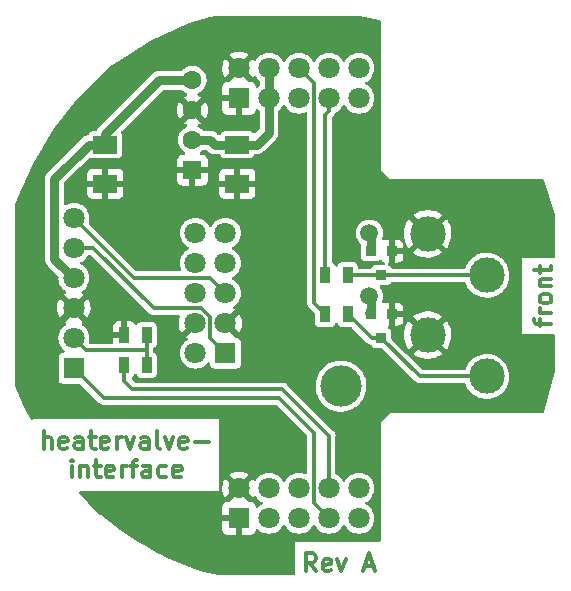
<source format=gbr>
%TF.GenerationSoftware,KiCad,Pcbnew,6.0.11-2627ca5db0~126~ubuntu22.04.1*%
%TF.CreationDate,2023-12-06T09:34:45+01:00*%
%TF.ProjectId,heatervalve-interface,68656174-6572-4766-916c-76652d696e74,A*%
%TF.SameCoordinates,Original*%
%TF.FileFunction,Copper,L1,Top*%
%TF.FilePolarity,Positive*%
%FSLAX46Y46*%
G04 Gerber Fmt 4.6, Leading zero omitted, Abs format (unit mm)*
G04 Created by KiCad (PCBNEW 6.0.11-2627ca5db0~126~ubuntu22.04.1) date 2023-12-06 09:34:45*
%MOMM*%
%LPD*%
G01*
G04 APERTURE LIST*
%ADD10C,0.300000*%
%TA.AperFunction,NonConductor*%
%ADD11C,0.300000*%
%TD*%
%TA.AperFunction,ComponentPad*%
%ADD12R,1.800000X1.800000*%
%TD*%
%TA.AperFunction,ComponentPad*%
%ADD13C,1.800000*%
%TD*%
%TA.AperFunction,SMDPad,CuDef*%
%ADD14R,0.914400X0.914400*%
%TD*%
%TA.AperFunction,SMDPad,CuDef*%
%ADD15R,2.032000X1.524000*%
%TD*%
%TA.AperFunction,SMDPad,CuDef*%
%ADD16R,0.889000X1.397000*%
%TD*%
%TA.AperFunction,ComponentPad*%
%ADD17R,1.600000X1.600000*%
%TD*%
%TA.AperFunction,ComponentPad*%
%ADD18C,1.600000*%
%TD*%
%TA.AperFunction,ComponentPad*%
%ADD19C,3.500000*%
%TD*%
%TA.AperFunction,ComponentPad*%
%ADD20C,3.000000*%
%TD*%
%TA.AperFunction,ViaPad*%
%ADD21C,1.500000*%
%TD*%
%TA.AperFunction,Conductor*%
%ADD22C,0.800000*%
%TD*%
%TA.AperFunction,Conductor*%
%ADD23C,0.300000*%
%TD*%
G04 APERTURE END LIST*
D10*
D11*
X129099714Y-125138571D02*
X128599714Y-124424285D01*
X128242571Y-125138571D02*
X128242571Y-123638571D01*
X128814000Y-123638571D01*
X128956857Y-123710000D01*
X129028285Y-123781428D01*
X129099714Y-123924285D01*
X129099714Y-124138571D01*
X129028285Y-124281428D01*
X128956857Y-124352857D01*
X128814000Y-124424285D01*
X128242571Y-124424285D01*
X130314000Y-125067142D02*
X130171142Y-125138571D01*
X129885428Y-125138571D01*
X129742571Y-125067142D01*
X129671142Y-124924285D01*
X129671142Y-124352857D01*
X129742571Y-124210000D01*
X129885428Y-124138571D01*
X130171142Y-124138571D01*
X130314000Y-124210000D01*
X130385428Y-124352857D01*
X130385428Y-124495714D01*
X129671142Y-124638571D01*
X130885428Y-124138571D02*
X131242571Y-125138571D01*
X131599714Y-124138571D01*
X133242571Y-124710000D02*
X133956857Y-124710000D01*
X133099714Y-125138571D02*
X133599714Y-123638571D01*
X134099714Y-125138571D01*
D10*
D11*
X148014571Y-104389714D02*
X148014571Y-103818285D01*
X149014571Y-104175428D02*
X147728857Y-104175428D01*
X147586000Y-104104000D01*
X147514571Y-103961142D01*
X147514571Y-103818285D01*
X149014571Y-103318285D02*
X148014571Y-103318285D01*
X148300285Y-103318285D02*
X148157428Y-103246857D01*
X148086000Y-103175428D01*
X148014571Y-103032571D01*
X148014571Y-102889714D01*
X149014571Y-102175428D02*
X148943142Y-102318285D01*
X148871714Y-102389714D01*
X148728857Y-102461142D01*
X148300285Y-102461142D01*
X148157428Y-102389714D01*
X148086000Y-102318285D01*
X148014571Y-102175428D01*
X148014571Y-101961142D01*
X148086000Y-101818285D01*
X148157428Y-101746857D01*
X148300285Y-101675428D01*
X148728857Y-101675428D01*
X148871714Y-101746857D01*
X148943142Y-101818285D01*
X149014571Y-101961142D01*
X149014571Y-102175428D01*
X148014571Y-101032571D02*
X149014571Y-101032571D01*
X148157428Y-101032571D02*
X148086000Y-100961142D01*
X148014571Y-100818285D01*
X148014571Y-100604000D01*
X148086000Y-100461142D01*
X148228857Y-100389714D01*
X149014571Y-100389714D01*
X148014571Y-99889714D02*
X148014571Y-99318285D01*
X147514571Y-99675428D02*
X148800285Y-99675428D01*
X148943142Y-99604000D01*
X149014571Y-99461142D01*
X149014571Y-99318285D01*
D10*
D11*
X106065714Y-114787071D02*
X106065714Y-113287071D01*
X106708571Y-114787071D02*
X106708571Y-114001357D01*
X106637142Y-113858500D01*
X106494285Y-113787071D01*
X106280000Y-113787071D01*
X106137142Y-113858500D01*
X106065714Y-113929928D01*
X107994285Y-114715642D02*
X107851428Y-114787071D01*
X107565714Y-114787071D01*
X107422857Y-114715642D01*
X107351428Y-114572785D01*
X107351428Y-114001357D01*
X107422857Y-113858500D01*
X107565714Y-113787071D01*
X107851428Y-113787071D01*
X107994285Y-113858500D01*
X108065714Y-114001357D01*
X108065714Y-114144214D01*
X107351428Y-114287071D01*
X109351428Y-114787071D02*
X109351428Y-114001357D01*
X109280000Y-113858500D01*
X109137142Y-113787071D01*
X108851428Y-113787071D01*
X108708571Y-113858500D01*
X109351428Y-114715642D02*
X109208571Y-114787071D01*
X108851428Y-114787071D01*
X108708571Y-114715642D01*
X108637142Y-114572785D01*
X108637142Y-114429928D01*
X108708571Y-114287071D01*
X108851428Y-114215642D01*
X109208571Y-114215642D01*
X109351428Y-114144214D01*
X109851428Y-113787071D02*
X110422857Y-113787071D01*
X110065714Y-113287071D02*
X110065714Y-114572785D01*
X110137142Y-114715642D01*
X110280000Y-114787071D01*
X110422857Y-114787071D01*
X111494285Y-114715642D02*
X111351428Y-114787071D01*
X111065714Y-114787071D01*
X110922857Y-114715642D01*
X110851428Y-114572785D01*
X110851428Y-114001357D01*
X110922857Y-113858500D01*
X111065714Y-113787071D01*
X111351428Y-113787071D01*
X111494285Y-113858500D01*
X111565714Y-114001357D01*
X111565714Y-114144214D01*
X110851428Y-114287071D01*
X112208571Y-114787071D02*
X112208571Y-113787071D01*
X112208571Y-114072785D02*
X112280000Y-113929928D01*
X112351428Y-113858500D01*
X112494285Y-113787071D01*
X112637142Y-113787071D01*
X112994285Y-113787071D02*
X113351428Y-114787071D01*
X113708571Y-113787071D01*
X114922857Y-114787071D02*
X114922857Y-114001357D01*
X114851428Y-113858500D01*
X114708571Y-113787071D01*
X114422857Y-113787071D01*
X114280000Y-113858500D01*
X114922857Y-114715642D02*
X114780000Y-114787071D01*
X114422857Y-114787071D01*
X114280000Y-114715642D01*
X114208571Y-114572785D01*
X114208571Y-114429928D01*
X114280000Y-114287071D01*
X114422857Y-114215642D01*
X114780000Y-114215642D01*
X114922857Y-114144214D01*
X115851428Y-114787071D02*
X115708571Y-114715642D01*
X115637142Y-114572785D01*
X115637142Y-113287071D01*
X116280000Y-113787071D02*
X116637142Y-114787071D01*
X116994285Y-113787071D01*
X118137142Y-114715642D02*
X117994285Y-114787071D01*
X117708571Y-114787071D01*
X117565714Y-114715642D01*
X117494285Y-114572785D01*
X117494285Y-114001357D01*
X117565714Y-113858500D01*
X117708571Y-113787071D01*
X117994285Y-113787071D01*
X118137142Y-113858500D01*
X118208571Y-114001357D01*
X118208571Y-114144214D01*
X117494285Y-114287071D01*
X118851428Y-114215642D02*
X119994285Y-114215642D01*
X108422857Y-117202071D02*
X108422857Y-116202071D01*
X108422857Y-115702071D02*
X108351428Y-115773500D01*
X108422857Y-115844928D01*
X108494285Y-115773500D01*
X108422857Y-115702071D01*
X108422857Y-115844928D01*
X109137142Y-116202071D02*
X109137142Y-117202071D01*
X109137142Y-116344928D02*
X109208571Y-116273500D01*
X109351428Y-116202071D01*
X109565714Y-116202071D01*
X109708571Y-116273500D01*
X109780000Y-116416357D01*
X109780000Y-117202071D01*
X110280000Y-116202071D02*
X110851428Y-116202071D01*
X110494285Y-115702071D02*
X110494285Y-116987785D01*
X110565714Y-117130642D01*
X110708571Y-117202071D01*
X110851428Y-117202071D01*
X111922857Y-117130642D02*
X111780000Y-117202071D01*
X111494285Y-117202071D01*
X111351428Y-117130642D01*
X111280000Y-116987785D01*
X111280000Y-116416357D01*
X111351428Y-116273500D01*
X111494285Y-116202071D01*
X111780000Y-116202071D01*
X111922857Y-116273500D01*
X111994285Y-116416357D01*
X111994285Y-116559214D01*
X111280000Y-116702071D01*
X112637142Y-117202071D02*
X112637142Y-116202071D01*
X112637142Y-116487785D02*
X112708571Y-116344928D01*
X112780000Y-116273500D01*
X112922857Y-116202071D01*
X113065714Y-116202071D01*
X113351428Y-116202071D02*
X113922857Y-116202071D01*
X113565714Y-117202071D02*
X113565714Y-115916357D01*
X113637142Y-115773500D01*
X113780000Y-115702071D01*
X113922857Y-115702071D01*
X115065714Y-117202071D02*
X115065714Y-116416357D01*
X114994285Y-116273500D01*
X114851428Y-116202071D01*
X114565714Y-116202071D01*
X114422857Y-116273500D01*
X115065714Y-117130642D02*
X114922857Y-117202071D01*
X114565714Y-117202071D01*
X114422857Y-117130642D01*
X114351428Y-116987785D01*
X114351428Y-116844928D01*
X114422857Y-116702071D01*
X114565714Y-116630642D01*
X114922857Y-116630642D01*
X115065714Y-116559214D01*
X116422857Y-117130642D02*
X116280000Y-117202071D01*
X115994285Y-117202071D01*
X115851428Y-117130642D01*
X115780000Y-117059214D01*
X115708571Y-116916357D01*
X115708571Y-116487785D01*
X115780000Y-116344928D01*
X115851428Y-116273500D01*
X115994285Y-116202071D01*
X116280000Y-116202071D01*
X116422857Y-116273500D01*
X117637142Y-117130642D02*
X117494285Y-117202071D01*
X117208571Y-117202071D01*
X117065714Y-117130642D01*
X116994285Y-116987785D01*
X116994285Y-116416357D01*
X117065714Y-116273500D01*
X117208571Y-116202071D01*
X117494285Y-116202071D01*
X117637142Y-116273500D01*
X117708571Y-116416357D01*
X117708571Y-116559214D01*
X116994285Y-116702071D01*
D12*
%TO.P,J6,1,1*%
%TO.N,/STM8_RST*%
X121412000Y-106680000D03*
D13*
%TO.P,J6,2,2*%
%TO.N,unconnected-(J6-Pad2)*%
X118872000Y-106680000D03*
%TO.P,J6,3,3*%
%TO.N,GND*%
X121412000Y-104140000D03*
%TO.P,J6,4,4*%
X118872000Y-104140000D03*
%TO.P,J6,5,5*%
%TO.N,Net-(J5-Pad6)*%
X121412000Y-101600000D03*
%TO.P,J6,6,6*%
%TO.N,unconnected-(J6-Pad6)*%
X118872000Y-101600000D03*
%TO.P,J6,7,7*%
%TO.N,unconnected-(J6-Pad7)*%
X121412000Y-99060000D03*
%TO.P,J6,8,8*%
%TO.N,unconnected-(J6-Pad8)*%
X118872000Y-99060000D03*
%TO.P,J6,9,9*%
%TO.N,unconnected-(J6-Pad9)*%
X121412000Y-96520000D03*
%TO.P,J6,10,10*%
%TO.N,unconnected-(J6-Pad10)*%
X118872000Y-96520000D03*
%TD*%
D14*
%TO.P,D2,1,1*%
%TO.N,GND*%
X135509000Y-98044000D03*
%TO.P,D2,2,2*%
%TO.N,+5V*%
X133731000Y-98044000D03*
%TO.P,D2,3,3*%
%TO.N,Net-(D2-Pad3)*%
X134620000Y-100076000D03*
%TD*%
D15*
%TO.P,C2,1,1*%
%TO.N,+3.3V*%
X111252000Y-89027000D03*
%TO.P,C2,2,2*%
%TO.N,GND*%
X111252000Y-92329000D03*
%TD*%
D16*
%TO.P,R2,1,1*%
%TO.N,Net-(D2-Pad3)*%
X131762500Y-100076000D03*
%TO.P,R2,2,2*%
%TO.N,Net-(MOD1-Pad7)*%
X129857500Y-100076000D03*
%TD*%
D15*
%TO.P,C1,1,1*%
%TO.N,+24V*%
X122428000Y-89027000D03*
%TO.P,C1,2,2*%
%TO.N,GND*%
X122428000Y-92329000D03*
%TD*%
D14*
%TO.P,D1,1,1*%
%TO.N,GND*%
X135509000Y-103378000D03*
%TO.P,D1,2,2*%
%TO.N,+5V*%
X133731000Y-103378000D03*
%TO.P,D1,3,3*%
%TO.N,Net-(D1-Pad3)*%
X134620000Y-105410000D03*
%TD*%
D12*
%TO.P,J5,1,1*%
%TO.N,/RXD*%
X108585000Y-107950000D03*
D13*
%TO.P,J5,2,2*%
%TO.N,Net-(J5-Pad2)*%
X108585000Y-105410000D03*
%TO.P,J5,3,3*%
%TO.N,GND*%
X108585000Y-102870000D03*
%TO.P,J5,4,4*%
%TO.N,+3.3V*%
X108585000Y-100330000D03*
%TO.P,J5,5,5*%
%TO.N,/STM8_RST*%
X108585000Y-97790000D03*
%TO.P,J5,6,6*%
%TO.N,Net-(J5-Pad6)*%
X108585000Y-95250000D03*
%TD*%
D16*
%TO.P,R1,1,1*%
%TO.N,Net-(D1-Pad3)*%
X131762500Y-103378000D03*
%TO.P,R1,2,2*%
%TO.N,Net-(MOD1-Pad6)*%
X129857500Y-103378000D03*
%TD*%
%TO.P,R4,1,1*%
%TO.N,GND*%
X112839500Y-105156000D03*
%TO.P,R4,2,2*%
%TO.N,Net-(J5-Pad2)*%
X114744500Y-105156000D03*
%TD*%
D17*
%TO.P,U1,1,VIN-*%
%TO.N,GND*%
X118618000Y-91186000D03*
D18*
%TO.P,U1,2,VIN+*%
%TO.N,+24V*%
X118618000Y-88646000D03*
%TO.P,U1,3,VOUT-*%
%TO.N,GND*%
X118618000Y-86106000D03*
%TO.P,U1,4,VOUT+*%
%TO.N,+3.3V*%
X118618000Y-83566000D03*
%TD*%
D16*
%TO.P,R3,1,1*%
%TO.N,/TXD*%
X112839500Y-107696000D03*
%TO.P,R3,2,2*%
%TO.N,Net-(J5-Pad2)*%
X114744500Y-107696000D03*
%TD*%
D12*
%TO.P,MOD1,1,GND*%
%TO.N,GND*%
X122565000Y-85090000D03*
D13*
%TO.P,MOD1,2,GND*%
X122565000Y-82550000D03*
%TO.P,MOD1,3,24V*%
%TO.N,+24V*%
X125105000Y-85090000D03*
%TO.P,MOD1,4,24V*%
X125105000Y-82550000D03*
%TO.P,MOD1,5,PA0_AREF*%
%TO.N,unconnected-(MOD1-Pad5)*%
X127645000Y-85090000D03*
%TO.P,MOD1,6,PA1*%
%TO.N,Net-(MOD1-Pad6)*%
X127645000Y-82550000D03*
%TO.P,MOD1,7,PA2*%
%TO.N,Net-(MOD1-Pad7)*%
X130185000Y-85090000D03*
%TO.P,MOD1,8,PA3*%
%TO.N,unconnected-(MOD1-Pad8)*%
X130185000Y-82550000D03*
%TO.P,MOD1,9,PA4*%
%TO.N,unconnected-(MOD1-Pad9)*%
X132715000Y-85090000D03*
%TO.P,MOD1,10,PA5*%
%TO.N,unconnected-(MOD1-Pad10)*%
X132715000Y-82550000D03*
D12*
%TO.P,MOD1,11,GND*%
%TO.N,GND*%
X122565000Y-120650000D03*
D13*
%TO.P,MOD1,12,GND*%
X122565000Y-118110000D03*
%TO.P,MOD1,13,VCC*%
%TO.N,+5V*%
X125105000Y-120650000D03*
%TO.P,MOD1,14,VCC*%
X125105000Y-118110000D03*
%TO.P,MOD1,15,/RESET*%
%TO.N,unconnected-(MOD1-Pad15)*%
X127645000Y-120650000D03*
%TO.P,MOD1,16,PC2_INT0*%
%TO.N,unconnected-(MOD1-Pad16)*%
X127645000Y-118110000D03*
%TO.P,MOD1,17,MISO*%
%TO.N,/RXD*%
X130185000Y-120650000D03*
%TO.P,MOD1,18,MOSI*%
%TO.N,/TXD*%
X130185000Y-118110000D03*
%TO.P,MOD1,19,PB3*%
%TO.N,unconnected-(MOD1-Pad19)*%
X132715000Y-120650000D03*
%TO.P,MOD1,20,SCK*%
%TO.N,unconnected-(MOD1-Pad20)*%
X132715000Y-118110000D03*
D19*
%TO.P,MOD1,21*%
%TO.N,N/C*%
X131201000Y-109474000D03*
%TD*%
D20*
%TO.P,J1,1,1*%
%TO.N,Net-(D1-Pad3)*%
X143540000Y-108647000D03*
%TO.P,J1,2,2*%
%TO.N,GND*%
X138540000Y-105147000D03*
%TD*%
%TO.P,J2,1,1*%
%TO.N,Net-(D2-Pad3)*%
X143540000Y-100076000D03*
%TO.P,J2,2,2*%
%TO.N,GND*%
X138540000Y-96576000D03*
%TD*%
D21*
%TO.N,+5V*%
X133604000Y-101854000D03*
X133604000Y-96520000D03*
%TD*%
D22*
%TO.N,+24V*%
X124079000Y-89027000D02*
X125105000Y-88001000D01*
X120523000Y-89027000D02*
X120142000Y-88646000D01*
X120142000Y-88646000D02*
X118618000Y-88646000D01*
X122428000Y-89027000D02*
X120523000Y-89027000D01*
X125105000Y-88001000D02*
X125105000Y-85090000D01*
X122428000Y-89027000D02*
X124079000Y-89027000D01*
X125105000Y-82550000D02*
X125105000Y-85090000D01*
%TO.N,+3.3V*%
X111252000Y-89027000D02*
X109855000Y-89027000D01*
X109855000Y-89027000D02*
X106934000Y-91948000D01*
X106934000Y-91948000D02*
X106934000Y-98679000D01*
X106934000Y-98679000D02*
X108585000Y-100330000D01*
X118618000Y-83566000D02*
X115824000Y-83566000D01*
X115824000Y-83566000D02*
X111252000Y-88138000D01*
X111252000Y-88138000D02*
X111252000Y-89027000D01*
%TO.N,+5V*%
X133731000Y-98044000D02*
X133731000Y-96647000D01*
X133731000Y-103378000D02*
X133604000Y-103251000D01*
X133731000Y-101981000D02*
X133604000Y-101854000D01*
X133731000Y-103378000D02*
X133731000Y-101981000D01*
X133731000Y-96647000D02*
X133604000Y-96520000D01*
D23*
%TO.N,Net-(D1-Pad3)*%
X134620000Y-105410000D02*
X133794500Y-105410000D01*
X133794500Y-105410000D02*
X131762500Y-103378000D01*
X137857000Y-108647000D02*
X134620000Y-105410000D01*
X143540000Y-108647000D02*
X137857000Y-108647000D01*
%TO.N,Net-(D2-Pad3)*%
X131762500Y-100076000D02*
X134620000Y-100076000D01*
X134620000Y-100076000D02*
X143540000Y-100076000D01*
%TO.N,/RXD*%
X111125000Y-110490000D02*
X125984000Y-110490000D01*
X108585000Y-107950000D02*
X111125000Y-110490000D01*
X125984000Y-110490000D02*
X128910489Y-113416489D01*
X128910489Y-113416489D02*
X128910489Y-119375489D01*
X128910489Y-119375489D02*
X130185000Y-120650000D01*
%TO.N,Net-(J5-Pad2)*%
X114744500Y-106362500D02*
X114744500Y-107696000D01*
X114681000Y-106426000D02*
X114744500Y-106362500D01*
X114744500Y-105156000D02*
X114744500Y-106362500D01*
X109601000Y-106426000D02*
X114681000Y-106426000D01*
X108585000Y-105410000D02*
X109601000Y-106426000D01*
%TO.N,/STM8_RST*%
X115336489Y-102890489D02*
X110236000Y-97790000D01*
X110236000Y-97790000D02*
X108585000Y-97790000D01*
X121412000Y-106680000D02*
X120121511Y-105389511D01*
X120121511Y-105389511D02*
X120121511Y-103622435D01*
X119389565Y-102890489D02*
X115336489Y-102890489D01*
X120121511Y-103622435D02*
X119389565Y-102890489D01*
%TO.N,Net-(J5-Pad6)*%
X120121511Y-100309511D02*
X113644511Y-100309511D01*
X121412000Y-101600000D02*
X120121511Y-100309511D01*
X113644511Y-100309511D02*
X108585000Y-95250000D01*
%TO.N,Net-(MOD1-Pad6)*%
X129857500Y-103378000D02*
X128894511Y-102415011D01*
X128894511Y-102415011D02*
X128894511Y-83799511D01*
X128894511Y-83799511D02*
X127645000Y-82550000D01*
%TO.N,Net-(MOD1-Pad7)*%
X129857500Y-86493396D02*
X130185000Y-86165896D01*
X129857500Y-100076000D02*
X129857500Y-86493396D01*
X130185000Y-86165896D02*
X130185000Y-85090000D01*
%TO.N,/TXD*%
X130185000Y-118110000D02*
X130185000Y-113675000D01*
X130185000Y-113675000D02*
X126238000Y-109728000D01*
X126238000Y-109728000D02*
X113538000Y-109728000D01*
X112839500Y-109029500D02*
X112839500Y-107696000D01*
X113538000Y-109728000D02*
X112839500Y-109029500D01*
%TD*%
%TA.AperFunction,Conductor*%
%TO.N,GND*%
G36*
X132638163Y-78124501D02*
G01*
X132784201Y-78124501D01*
X132811534Y-78127501D01*
X134521334Y-78507455D01*
X134583493Y-78541759D01*
X134617239Y-78604222D01*
X134620000Y-78630455D01*
X134620000Y-91186000D01*
X135382000Y-91948000D01*
X148245184Y-91948000D01*
X148313305Y-91968002D01*
X148359798Y-92021658D01*
X148364718Y-92034155D01*
X149345534Y-94976602D01*
X149352000Y-95016447D01*
X149352000Y-98498928D01*
X149331998Y-98567049D01*
X149278342Y-98613542D01*
X149226000Y-98624928D01*
X146503000Y-98624928D01*
X146503000Y-105083071D01*
X149226000Y-105083071D01*
X149294121Y-105103073D01*
X149340614Y-105156729D01*
X149352000Y-105209071D01*
X149352000Y-108186353D01*
X149347152Y-108220968D01*
X148362110Y-111668615D01*
X148324163Y-111728620D01*
X148259800Y-111758583D01*
X148240958Y-111760000D01*
X135382000Y-111760000D01*
X134620000Y-112522000D01*
X134620000Y-122501000D01*
X134599998Y-122569121D01*
X134546342Y-122615614D01*
X134494000Y-122627000D01*
X127334929Y-122627000D01*
X127334929Y-125350000D01*
X127314927Y-125418121D01*
X127261271Y-125464614D01*
X127208929Y-125476000D01*
X120916476Y-125476000D01*
X120891765Y-125473553D01*
X119641692Y-125223538D01*
X119626558Y-125219519D01*
X119018699Y-125016900D01*
X118410813Y-124814271D01*
X118408148Y-124813349D01*
X118191848Y-124735724D01*
X118187303Y-124733993D01*
X117305047Y-124378349D01*
X117300569Y-124376443D01*
X116432667Y-123986978D01*
X116428267Y-123984900D01*
X116062412Y-123803440D01*
X115657520Y-123602618D01*
X115651014Y-123599151D01*
X114690255Y-123050146D01*
X114049756Y-122684146D01*
X114042378Y-122679585D01*
X112525835Y-121668557D01*
X112518371Y-121663177D01*
X112430289Y-121594669D01*
X121157001Y-121594669D01*
X121157371Y-121601490D01*
X121162895Y-121652352D01*
X121166521Y-121667604D01*
X121211676Y-121788054D01*
X121220214Y-121803649D01*
X121296715Y-121905724D01*
X121309276Y-121918285D01*
X121411351Y-121994786D01*
X121426946Y-122003324D01*
X121547394Y-122048478D01*
X121562649Y-122052105D01*
X121613514Y-122057631D01*
X121620328Y-122058000D01*
X122292885Y-122058000D01*
X122308124Y-122053525D01*
X122309329Y-122052135D01*
X122311000Y-122044452D01*
X122311000Y-120922115D01*
X122306525Y-120906876D01*
X122305135Y-120905671D01*
X122297452Y-120904000D01*
X121175116Y-120904000D01*
X121159877Y-120908475D01*
X121158672Y-120909865D01*
X121157001Y-120917548D01*
X121157001Y-121594669D01*
X112430289Y-121594669D01*
X110923767Y-120422930D01*
X110920707Y-120420473D01*
X110837192Y-120351237D01*
X110833507Y-120348060D01*
X110147620Y-119733252D01*
X110125179Y-119713136D01*
X110121654Y-119709853D01*
X109808548Y-119406589D01*
X109802053Y-119399810D01*
X109783556Y-119379000D01*
X109359074Y-118901458D01*
X109061076Y-118566210D01*
X109030769Y-118502007D01*
X109039984Y-118431611D01*
X109085795Y-118377372D01*
X109155250Y-118356500D01*
X120901929Y-118356500D01*
X120901929Y-118102228D01*
X120907023Y-118084880D01*
X120903945Y-118078742D01*
X120903725Y-118076292D01*
X121150482Y-118076292D01*
X121153720Y-118094975D01*
X121165627Y-118301468D01*
X121167061Y-118311670D01*
X121215685Y-118527439D01*
X121218773Y-118537292D01*
X121301986Y-118742220D01*
X121306634Y-118751421D01*
X121395097Y-118895781D01*
X121405553Y-118905242D01*
X121414331Y-118901458D01*
X122192979Y-118122811D01*
X122200592Y-118108868D01*
X122200461Y-118107034D01*
X122196210Y-118100420D01*
X121418862Y-117323073D01*
X121407330Y-117316776D01*
X121395048Y-117326399D01*
X121339467Y-117407877D01*
X121334379Y-117416833D01*
X121241252Y-117617459D01*
X121237689Y-117627146D01*
X121178581Y-117840280D01*
X121176650Y-117850400D01*
X121153216Y-118069680D01*
X121150482Y-118076292D01*
X120903725Y-118076292D01*
X120901929Y-118056291D01*
X120901929Y-116950711D01*
X121770508Y-116950711D01*
X121777251Y-116963040D01*
X122552189Y-117737979D01*
X122566132Y-117745592D01*
X122567966Y-117745461D01*
X122574580Y-117741210D01*
X123353994Y-116961795D01*
X123361011Y-116948944D01*
X123353237Y-116938274D01*
X123350902Y-116936430D01*
X123342320Y-116930729D01*
X123148678Y-116823833D01*
X123139272Y-116819606D01*
X122930772Y-116745772D01*
X122920809Y-116743140D01*
X122703047Y-116704350D01*
X122692796Y-116703381D01*
X122471616Y-116700679D01*
X122461332Y-116701399D01*
X122242693Y-116734855D01*
X122232666Y-116737244D01*
X122022426Y-116805961D01*
X122012916Y-116809958D01*
X121816725Y-116912089D01*
X121808007Y-116917578D01*
X121778961Y-116939386D01*
X121770508Y-116950711D01*
X120901929Y-116950711D01*
X120901929Y-112275500D01*
X105158072Y-112275500D01*
X105158072Y-112284809D01*
X105125578Y-112344317D01*
X105063266Y-112378342D01*
X104992450Y-112373277D01*
X104935615Y-112330730D01*
X104923785Y-112311570D01*
X104395653Y-111255306D01*
X104392539Y-111248591D01*
X103642188Y-109497772D01*
X103632000Y-109448138D01*
X103632000Y-105410000D01*
X107279532Y-105410000D01*
X107299365Y-105636692D01*
X107300788Y-105642004D01*
X107300789Y-105642007D01*
X107355281Y-105845373D01*
X107358261Y-105856496D01*
X107360583Y-105861476D01*
X107360584Y-105861478D01*
X107440216Y-106032247D01*
X107454432Y-106062734D01*
X107584953Y-106249139D01*
X107745861Y-106410047D01*
X107760489Y-106420290D01*
X107804816Y-106475744D01*
X107812126Y-106546363D01*
X107780095Y-106609724D01*
X107718894Y-106645709D01*
X107688217Y-106649501D01*
X107653482Y-106649501D01*
X107648589Y-106650276D01*
X107648588Y-106650276D01*
X107569494Y-106662802D01*
X107569492Y-106662803D01*
X107559696Y-106664354D01*
X107550859Y-106668857D01*
X107550858Y-106668857D01*
X107539734Y-106674525D01*
X107446658Y-106721950D01*
X107356950Y-106811658D01*
X107299354Y-106924696D01*
X107284500Y-107018481D01*
X107284501Y-108881518D01*
X107285276Y-108886411D01*
X107285276Y-108886412D01*
X107289750Y-108914659D01*
X107299354Y-108975304D01*
X107356950Y-109088342D01*
X107446658Y-109178050D01*
X107559696Y-109235646D01*
X107569485Y-109237196D01*
X107569487Y-109237197D01*
X107591770Y-109240726D01*
X107653481Y-109250500D01*
X107779466Y-109250500D01*
X109054784Y-109250499D01*
X109122905Y-109270501D01*
X109143879Y-109287404D01*
X110725130Y-110868655D01*
X110728783Y-110872464D01*
X110770799Y-110918156D01*
X110807797Y-110941095D01*
X110817548Y-110947797D01*
X110852216Y-110974112D01*
X110866193Y-110979646D01*
X110886202Y-110989709D01*
X110891688Y-110993111D01*
X110891692Y-110993113D01*
X110898986Y-110997635D01*
X110907228Y-111000029D01*
X110907231Y-111000031D01*
X110940784Y-111009779D01*
X110951997Y-111013618D01*
X110992453Y-111029635D01*
X111000996Y-111030533D01*
X111000997Y-111030533D01*
X111007402Y-111031206D01*
X111029380Y-111035518D01*
X111043825Y-111039715D01*
X111050408Y-111040198D01*
X111050411Y-111040199D01*
X111052208Y-111040331D01*
X111052219Y-111040331D01*
X111054515Y-111040500D01*
X111089219Y-111040500D01*
X111102390Y-111041190D01*
X111142454Y-111045401D01*
X111150919Y-111043969D01*
X111150928Y-111043969D01*
X111161000Y-111042265D01*
X111182013Y-111040500D01*
X125703785Y-111040500D01*
X125771906Y-111060502D01*
X125792880Y-111077405D01*
X128323084Y-113607609D01*
X128357110Y-113669921D01*
X128359989Y-113696704D01*
X128359989Y-116810681D01*
X128339987Y-116878802D01*
X128286331Y-116925295D01*
X128216057Y-116935399D01*
X128180739Y-116924876D01*
X128096478Y-116885584D01*
X128096476Y-116885583D01*
X128091496Y-116883261D01*
X128086188Y-116881839D01*
X128086186Y-116881838D01*
X127877007Y-116825789D01*
X127877005Y-116825789D01*
X127871692Y-116824365D01*
X127645000Y-116804532D01*
X127418308Y-116824365D01*
X127412995Y-116825789D01*
X127412993Y-116825789D01*
X127203814Y-116881838D01*
X127203812Y-116881839D01*
X127198504Y-116883261D01*
X127193524Y-116885583D01*
X127193522Y-116885584D01*
X126997247Y-116977109D01*
X126997244Y-116977111D01*
X126992266Y-116979432D01*
X126805861Y-117109953D01*
X126644953Y-117270861D01*
X126514432Y-117457266D01*
X126512111Y-117462244D01*
X126512109Y-117462247D01*
X126489195Y-117511387D01*
X126442278Y-117564672D01*
X126374000Y-117584133D01*
X126306041Y-117563591D01*
X126260805Y-117511387D01*
X126237891Y-117462247D01*
X126237889Y-117462244D01*
X126235568Y-117457266D01*
X126105047Y-117270861D01*
X125944139Y-117109953D01*
X125757734Y-116979432D01*
X125752756Y-116977111D01*
X125752753Y-116977109D01*
X125556478Y-116885584D01*
X125556476Y-116885583D01*
X125551496Y-116883261D01*
X125546188Y-116881839D01*
X125546186Y-116881838D01*
X125337007Y-116825789D01*
X125337005Y-116825789D01*
X125331692Y-116824365D01*
X125105000Y-116804532D01*
X124878308Y-116824365D01*
X124872995Y-116825789D01*
X124872993Y-116825789D01*
X124663814Y-116881838D01*
X124663812Y-116881839D01*
X124658504Y-116883261D01*
X124653524Y-116885583D01*
X124653522Y-116885584D01*
X124457247Y-116977109D01*
X124457244Y-116977111D01*
X124452266Y-116979432D01*
X124265861Y-117109953D01*
X124104953Y-117270861D01*
X124101794Y-117275373D01*
X124001388Y-117418768D01*
X123945931Y-117463097D01*
X123875312Y-117470406D01*
X123811951Y-117438376D01*
X123792383Y-117414938D01*
X123734224Y-117325038D01*
X123723538Y-117315835D01*
X123713973Y-117320238D01*
X122937021Y-118097189D01*
X122929408Y-118111132D01*
X122929539Y-118112966D01*
X122933790Y-118119580D01*
X123711307Y-118897096D01*
X123723313Y-118903652D01*
X123735052Y-118894684D01*
X123773010Y-118841859D01*
X123778321Y-118833019D01*
X123785622Y-118818248D01*
X123833737Y-118766042D01*
X123902438Y-118748136D01*
X123969914Y-118770216D01*
X124001791Y-118801807D01*
X124104953Y-118949139D01*
X124265861Y-119110047D01*
X124452266Y-119240568D01*
X124457244Y-119242889D01*
X124457247Y-119242891D01*
X124475757Y-119251522D01*
X124499246Y-119262475D01*
X124506387Y-119265805D01*
X124559672Y-119312722D01*
X124579133Y-119381000D01*
X124558591Y-119448959D01*
X124506387Y-119494195D01*
X124457247Y-119517109D01*
X124457244Y-119517111D01*
X124452266Y-119519432D01*
X124265861Y-119649953D01*
X124182562Y-119733252D01*
X124120250Y-119767278D01*
X124049435Y-119762213D01*
X123992599Y-119719666D01*
X123968204Y-119657765D01*
X123967105Y-119647647D01*
X123963479Y-119632396D01*
X123918324Y-119511946D01*
X123909786Y-119496351D01*
X123833285Y-119394276D01*
X123820724Y-119381715D01*
X123718649Y-119305214D01*
X123703054Y-119296676D01*
X123582606Y-119251522D01*
X123567351Y-119247895D01*
X123516486Y-119242369D01*
X123509672Y-119242000D01*
X123498896Y-119242000D01*
X123448158Y-119256898D01*
X123447068Y-119253187D01*
X123424642Y-119262475D01*
X123354774Y-119249868D01*
X123322081Y-119226292D01*
X122577811Y-118482021D01*
X122563868Y-118474408D01*
X122562034Y-118474539D01*
X122555420Y-118478790D01*
X121804643Y-119229568D01*
X121742330Y-119263593D01*
X121671515Y-119258529D01*
X121655161Y-119251060D01*
X121638571Y-119242001D01*
X121620331Y-119242001D01*
X121613510Y-119242371D01*
X121562648Y-119247895D01*
X121547396Y-119251521D01*
X121426946Y-119296676D01*
X121411351Y-119305214D01*
X121309276Y-119381715D01*
X121296715Y-119394276D01*
X121220214Y-119496351D01*
X121211676Y-119511946D01*
X121166522Y-119632394D01*
X121162895Y-119647649D01*
X121157369Y-119698514D01*
X121157000Y-119705328D01*
X121157000Y-120377885D01*
X121161475Y-120393124D01*
X121162865Y-120394329D01*
X121170548Y-120396000D01*
X122693000Y-120396000D01*
X122761121Y-120416002D01*
X122807614Y-120469658D01*
X122819000Y-120522000D01*
X122819000Y-122039884D01*
X122823475Y-122055123D01*
X122824865Y-122056328D01*
X122832548Y-122057999D01*
X123509669Y-122057999D01*
X123516490Y-122057629D01*
X123567352Y-122052105D01*
X123582604Y-122048479D01*
X123703054Y-122003324D01*
X123718649Y-121994786D01*
X123820724Y-121918285D01*
X123833285Y-121905724D01*
X123909786Y-121803649D01*
X123918324Y-121788054D01*
X123963478Y-121667606D01*
X123967106Y-121652350D01*
X123968204Y-121642238D01*
X123995444Y-121576675D01*
X124053807Y-121536248D01*
X124124761Y-121533791D01*
X124182562Y-121566748D01*
X124265861Y-121650047D01*
X124452266Y-121780568D01*
X124457244Y-121782889D01*
X124457247Y-121782891D01*
X124653522Y-121874416D01*
X124658504Y-121876739D01*
X124663812Y-121878161D01*
X124663814Y-121878162D01*
X124872993Y-121934211D01*
X124872995Y-121934211D01*
X124878308Y-121935635D01*
X125105000Y-121955468D01*
X125331692Y-121935635D01*
X125337005Y-121934211D01*
X125337007Y-121934211D01*
X125546186Y-121878162D01*
X125546188Y-121878161D01*
X125551496Y-121876739D01*
X125556478Y-121874416D01*
X125752753Y-121782891D01*
X125752756Y-121782889D01*
X125757734Y-121780568D01*
X125944139Y-121650047D01*
X126105047Y-121489139D01*
X126235568Y-121302734D01*
X126260805Y-121248613D01*
X126307722Y-121195328D01*
X126376000Y-121175867D01*
X126443959Y-121196409D01*
X126489195Y-121248612D01*
X126514432Y-121302734D01*
X126644953Y-121489139D01*
X126805861Y-121650047D01*
X126992266Y-121780568D01*
X126997244Y-121782889D01*
X126997247Y-121782891D01*
X127193522Y-121874416D01*
X127198504Y-121876739D01*
X127203812Y-121878161D01*
X127203814Y-121878162D01*
X127412993Y-121934211D01*
X127412995Y-121934211D01*
X127418308Y-121935635D01*
X127645000Y-121955468D01*
X127871692Y-121935635D01*
X127877005Y-121934211D01*
X127877007Y-121934211D01*
X128086186Y-121878162D01*
X128086188Y-121878161D01*
X128091496Y-121876739D01*
X128096478Y-121874416D01*
X128292753Y-121782891D01*
X128292756Y-121782889D01*
X128297734Y-121780568D01*
X128484139Y-121650047D01*
X128645047Y-121489139D01*
X128775568Y-121302734D01*
X128800805Y-121248613D01*
X128847722Y-121195328D01*
X128916000Y-121175867D01*
X128983959Y-121196409D01*
X129029195Y-121248612D01*
X129054432Y-121302734D01*
X129184953Y-121489139D01*
X129345861Y-121650047D01*
X129532266Y-121780568D01*
X129537244Y-121782889D01*
X129537247Y-121782891D01*
X129733522Y-121874416D01*
X129738504Y-121876739D01*
X129743812Y-121878161D01*
X129743814Y-121878162D01*
X129952993Y-121934211D01*
X129952995Y-121934211D01*
X129958308Y-121935635D01*
X130185000Y-121955468D01*
X130411692Y-121935635D01*
X130417005Y-121934211D01*
X130417007Y-121934211D01*
X130626186Y-121878162D01*
X130626188Y-121878161D01*
X130631496Y-121876739D01*
X130636478Y-121874416D01*
X130832753Y-121782891D01*
X130832756Y-121782889D01*
X130837734Y-121780568D01*
X131024139Y-121650047D01*
X131185047Y-121489139D01*
X131315568Y-121302734D01*
X131335805Y-121259336D01*
X131382723Y-121206051D01*
X131451000Y-121186590D01*
X131518960Y-121207132D01*
X131564195Y-121259336D01*
X131584432Y-121302734D01*
X131714953Y-121489139D01*
X131875861Y-121650047D01*
X132062266Y-121780568D01*
X132067244Y-121782889D01*
X132067247Y-121782891D01*
X132263522Y-121874416D01*
X132268504Y-121876739D01*
X132273812Y-121878161D01*
X132273814Y-121878162D01*
X132482993Y-121934211D01*
X132482995Y-121934211D01*
X132488308Y-121935635D01*
X132715000Y-121955468D01*
X132941692Y-121935635D01*
X132947005Y-121934211D01*
X132947007Y-121934211D01*
X133156186Y-121878162D01*
X133156188Y-121878161D01*
X133161496Y-121876739D01*
X133166478Y-121874416D01*
X133362753Y-121782891D01*
X133362756Y-121782889D01*
X133367734Y-121780568D01*
X133554139Y-121650047D01*
X133715047Y-121489139D01*
X133845568Y-121302734D01*
X133890653Y-121206051D01*
X133939416Y-121101478D01*
X133939417Y-121101476D01*
X133941739Y-121096496D01*
X133991747Y-120909865D01*
X133999211Y-120882007D01*
X133999211Y-120882005D01*
X134000635Y-120876692D01*
X134020468Y-120650000D01*
X134000635Y-120423308D01*
X133999211Y-120417993D01*
X133943162Y-120208814D01*
X133943161Y-120208812D01*
X133941739Y-120203504D01*
X133939416Y-120198522D01*
X133847891Y-120002247D01*
X133847889Y-120002244D01*
X133845568Y-119997266D01*
X133715047Y-119810861D01*
X133554139Y-119649953D01*
X133367734Y-119519432D01*
X133362756Y-119517111D01*
X133362753Y-119517109D01*
X133313613Y-119494195D01*
X133260328Y-119447278D01*
X133240867Y-119379000D01*
X133261409Y-119311041D01*
X133313613Y-119265805D01*
X133320755Y-119262475D01*
X133344243Y-119251522D01*
X133362753Y-119242891D01*
X133362756Y-119242889D01*
X133367734Y-119240568D01*
X133554139Y-119110047D01*
X133715047Y-118949139D01*
X133845568Y-118762734D01*
X133850844Y-118751421D01*
X133939416Y-118561478D01*
X133939417Y-118561476D01*
X133941739Y-118556496D01*
X133961695Y-118482021D01*
X133999211Y-118342007D01*
X133999211Y-118342005D01*
X134000635Y-118336692D01*
X134020468Y-118110000D01*
X134000635Y-117883308D01*
X133999211Y-117877993D01*
X133943162Y-117668814D01*
X133943161Y-117668812D01*
X133941739Y-117663504D01*
X133920268Y-117617459D01*
X133847891Y-117462247D01*
X133847889Y-117462244D01*
X133845568Y-117457266D01*
X133715047Y-117270861D01*
X133554139Y-117109953D01*
X133367734Y-116979432D01*
X133362756Y-116977111D01*
X133362753Y-116977109D01*
X133166478Y-116885584D01*
X133166476Y-116885583D01*
X133161496Y-116883261D01*
X133156188Y-116881839D01*
X133156186Y-116881838D01*
X132947007Y-116825789D01*
X132947005Y-116825789D01*
X132941692Y-116824365D01*
X132715000Y-116804532D01*
X132488308Y-116824365D01*
X132482995Y-116825789D01*
X132482993Y-116825789D01*
X132273814Y-116881838D01*
X132273812Y-116881839D01*
X132268504Y-116883261D01*
X132263524Y-116885583D01*
X132263522Y-116885584D01*
X132067247Y-116977109D01*
X132067244Y-116977111D01*
X132062266Y-116979432D01*
X131875861Y-117109953D01*
X131714953Y-117270861D01*
X131584432Y-117457266D01*
X131582111Y-117462244D01*
X131582109Y-117462247D01*
X131564195Y-117500664D01*
X131517277Y-117553949D01*
X131449000Y-117573410D01*
X131381040Y-117552868D01*
X131335805Y-117500664D01*
X131317891Y-117462247D01*
X131317889Y-117462244D01*
X131315568Y-117457266D01*
X131185047Y-117270861D01*
X131024139Y-117109953D01*
X130837734Y-116979432D01*
X130832757Y-116977111D01*
X130832748Y-116977106D01*
X130808249Y-116965682D01*
X130754964Y-116918765D01*
X130735500Y-116851488D01*
X130735500Y-113689993D01*
X130735611Y-113684717D01*
X130737850Y-113631291D01*
X130738210Y-113622706D01*
X130734669Y-113607609D01*
X130728273Y-113580338D01*
X130726110Y-113568667D01*
X130721372Y-113534081D01*
X130720206Y-113525568D01*
X130714235Y-113511770D01*
X130707201Y-113490501D01*
X130705729Y-113484225D01*
X130703768Y-113475864D01*
X130699631Y-113468339D01*
X130699630Y-113468336D01*
X130682805Y-113437732D01*
X130677589Y-113427087D01*
X130660305Y-113387145D01*
X130650842Y-113375459D01*
X130638354Y-113356874D01*
X130634290Y-113349482D01*
X130631107Y-113343692D01*
X130624103Y-113335578D01*
X130599567Y-113311042D01*
X130590742Y-113301241D01*
X130570794Y-113276608D01*
X130570793Y-113276607D01*
X130565386Y-113269930D01*
X130558388Y-113264957D01*
X130558383Y-113264952D01*
X130550052Y-113259032D01*
X130533946Y-113245421D01*
X126739952Y-109451428D01*
X129045593Y-109451428D01*
X129062472Y-109744159D01*
X129063297Y-109748364D01*
X129063298Y-109748372D01*
X129103343Y-109952481D01*
X129118923Y-110031891D01*
X129213901Y-110309300D01*
X129232570Y-110346419D01*
X129335082Y-110550240D01*
X129345649Y-110571251D01*
X129511729Y-110812900D01*
X129709068Y-111029772D01*
X129712357Y-111032522D01*
X129930722Y-111215104D01*
X129930727Y-111215108D01*
X129934014Y-111217856D01*
X129983010Y-111248591D01*
X130178765Y-111371389D01*
X130178769Y-111371391D01*
X130182405Y-111373672D01*
X130186315Y-111375437D01*
X130186316Y-111375438D01*
X130445732Y-111492569D01*
X130445736Y-111492571D01*
X130449644Y-111494335D01*
X130453764Y-111495555D01*
X130453763Y-111495555D01*
X130726674Y-111576395D01*
X130726678Y-111576396D01*
X130730787Y-111577613D01*
X130735021Y-111578261D01*
X130735026Y-111578262D01*
X131016388Y-111621316D01*
X131016390Y-111621316D01*
X131020630Y-111621965D01*
X131169874Y-111624310D01*
X131309520Y-111626504D01*
X131309526Y-111626504D01*
X131313811Y-111626571D01*
X131604905Y-111591345D01*
X131888525Y-111516939D01*
X132159422Y-111404729D01*
X132412585Y-111256793D01*
X132459332Y-111220139D01*
X132639956Y-111078511D01*
X132643328Y-111075867D01*
X132686608Y-111031206D01*
X132796160Y-110918156D01*
X132847381Y-110865300D01*
X133020970Y-110628988D01*
X133067567Y-110543167D01*
X133158831Y-110375080D01*
X133158832Y-110375078D01*
X133160881Y-110371304D01*
X133264526Y-110097015D01*
X133323778Y-109838309D01*
X133329030Y-109815378D01*
X133329031Y-109815373D01*
X133329987Y-109811198D01*
X133356052Y-109519142D01*
X133356525Y-109474000D01*
X133353382Y-109427892D01*
X133336874Y-109185739D01*
X133336873Y-109185733D01*
X133336582Y-109181462D01*
X133334424Y-109171039D01*
X133295719Y-108984142D01*
X133277121Y-108894337D01*
X133179243Y-108617938D01*
X133044759Y-108357380D01*
X132876158Y-108117484D01*
X132873233Y-108114336D01*
X132679479Y-107905833D01*
X132679476Y-107905831D01*
X132676558Y-107902690D01*
X132449655Y-107716972D01*
X132199646Y-107563766D01*
X132159416Y-107546106D01*
X131935090Y-107447634D01*
X131931158Y-107445908D01*
X131904707Y-107438373D01*
X131653287Y-107366754D01*
X131653288Y-107366754D01*
X131649159Y-107365578D01*
X131418381Y-107332734D01*
X131363119Y-107324869D01*
X131363117Y-107324869D01*
X131358867Y-107324264D01*
X131354578Y-107324242D01*
X131354571Y-107324241D01*
X131069939Y-107322750D01*
X131069932Y-107322750D01*
X131065653Y-107322728D01*
X131061408Y-107323287D01*
X131061406Y-107323287D01*
X130996086Y-107331887D01*
X130774945Y-107361001D01*
X130492120Y-107438373D01*
X130222412Y-107553413D01*
X130218731Y-107555616D01*
X129974495Y-107701788D01*
X129974491Y-107701791D01*
X129970813Y-107703992D01*
X129741977Y-107887324D01*
X129648842Y-107985468D01*
X129543477Y-108096500D01*
X129540139Y-108100017D01*
X129369035Y-108338134D01*
X129231830Y-108597269D01*
X129131063Y-108872628D01*
X129068599Y-109159114D01*
X129045593Y-109451428D01*
X126739952Y-109451428D01*
X126637882Y-109349358D01*
X126634229Y-109345549D01*
X126598015Y-109306167D01*
X126592201Y-109299844D01*
X126555198Y-109276901D01*
X126545448Y-109270200D01*
X126510783Y-109243888D01*
X126496804Y-109238354D01*
X126476801Y-109228293D01*
X126464014Y-109220365D01*
X126455763Y-109217968D01*
X126455761Y-109217967D01*
X126422228Y-109208225D01*
X126410995Y-109204379D01*
X126370547Y-109188364D01*
X126362006Y-109187466D01*
X126362005Y-109187466D01*
X126355592Y-109186792D01*
X126333617Y-109182480D01*
X126319175Y-109178285D01*
X126311692Y-109177735D01*
X126310792Y-109177669D01*
X126310781Y-109177669D01*
X126308485Y-109177500D01*
X126273783Y-109177500D01*
X126260613Y-109176810D01*
X126250384Y-109175735D01*
X126220546Y-109172599D01*
X126212081Y-109174031D01*
X126212072Y-109174031D01*
X126202000Y-109175735D01*
X126180987Y-109177500D01*
X113818216Y-109177500D01*
X113750095Y-109157498D01*
X113729121Y-109140595D01*
X113503185Y-108914659D01*
X113469159Y-108852347D01*
X113474224Y-108781532D01*
X113516949Y-108725298D01*
X113522342Y-108722550D01*
X113612050Y-108632842D01*
X113669646Y-108519804D01*
X113671197Y-108510011D01*
X113672167Y-108507026D01*
X113712240Y-108448420D01*
X113777637Y-108420783D01*
X113847593Y-108432890D01*
X113899900Y-108480896D01*
X113911833Y-108507026D01*
X113912803Y-108510012D01*
X113914354Y-108519804D01*
X113971950Y-108632842D01*
X114061658Y-108722550D01*
X114174696Y-108780146D01*
X114184485Y-108781696D01*
X114184487Y-108781697D01*
X114211849Y-108786030D01*
X114268481Y-108795000D01*
X114744403Y-108795000D01*
X115220518Y-108794999D01*
X115225412Y-108794224D01*
X115304506Y-108781698D01*
X115304508Y-108781697D01*
X115314304Y-108780146D01*
X115427342Y-108722550D01*
X115517050Y-108632842D01*
X115574646Y-108519804D01*
X115589500Y-108426019D01*
X115589499Y-106965982D01*
X115583034Y-106925159D01*
X115576198Y-106881994D01*
X115576197Y-106881992D01*
X115574646Y-106872196D01*
X115517050Y-106759158D01*
X115427342Y-106669450D01*
X115363797Y-106637072D01*
X115312182Y-106588323D01*
X115295000Y-106524805D01*
X115295000Y-106398290D01*
X115295690Y-106385119D01*
X115299004Y-106353590D01*
X115299004Y-106353589D01*
X115299902Y-106345045D01*
X115298468Y-106336569D01*
X115298247Y-106329534D01*
X115316097Y-106260818D01*
X115366982Y-106213305D01*
X115402417Y-106195250D01*
X115427342Y-106182550D01*
X115517050Y-106092842D01*
X115574646Y-105979804D01*
X115577479Y-105961921D01*
X115582570Y-105929775D01*
X115589500Y-105886019D01*
X115589499Y-104425982D01*
X115587416Y-104412828D01*
X115576198Y-104341994D01*
X115576197Y-104341992D01*
X115574646Y-104332196D01*
X115562480Y-104308318D01*
X115548151Y-104280197D01*
X115517050Y-104219158D01*
X115427342Y-104129450D01*
X115314304Y-104071854D01*
X115304515Y-104070304D01*
X115304513Y-104070303D01*
X115277151Y-104065970D01*
X115220519Y-104057000D01*
X114744597Y-104057000D01*
X114268482Y-104057001D01*
X114263589Y-104057776D01*
X114263588Y-104057776D01*
X114184494Y-104070302D01*
X114184492Y-104070303D01*
X114174696Y-104071854D01*
X114165859Y-104076357D01*
X114165858Y-104076357D01*
X114147255Y-104085836D01*
X114061658Y-104129450D01*
X113971950Y-104219158D01*
X113967451Y-104227988D01*
X113967445Y-104227996D01*
X113966562Y-104229730D01*
X113964931Y-104231457D01*
X113961617Y-104236018D01*
X113961028Y-104235590D01*
X113917813Y-104281345D01*
X113848898Y-104298409D01*
X113781697Y-104275507D01*
X113743631Y-104226224D01*
X113741634Y-104227318D01*
X113728786Y-104203851D01*
X113652285Y-104101776D01*
X113639724Y-104089215D01*
X113537649Y-104012714D01*
X113522054Y-104004176D01*
X113401606Y-103959022D01*
X113386351Y-103955395D01*
X113335486Y-103949869D01*
X113328672Y-103949500D01*
X113111615Y-103949500D01*
X113096376Y-103953975D01*
X113095171Y-103955365D01*
X113093500Y-103963048D01*
X113093500Y-105284000D01*
X113073498Y-105352121D01*
X113019842Y-105398614D01*
X112967500Y-105410000D01*
X111905116Y-105410000D01*
X111889877Y-105414475D01*
X111888672Y-105415865D01*
X111887001Y-105423548D01*
X111887001Y-105749500D01*
X111866999Y-105817621D01*
X111813343Y-105864114D01*
X111761001Y-105875500D01*
X109970853Y-105875500D01*
X109902732Y-105855498D01*
X109856239Y-105801842D01*
X109846135Y-105731568D01*
X109849144Y-105716898D01*
X109870635Y-105636692D01*
X109890468Y-105410000D01*
X109870635Y-105183308D01*
X109860112Y-105144035D01*
X109813162Y-104968814D01*
X109813161Y-104968812D01*
X109811739Y-104963504D01*
X109794361Y-104926237D01*
X109774612Y-104883885D01*
X111887000Y-104883885D01*
X111891475Y-104899124D01*
X111892865Y-104900329D01*
X111900548Y-104902000D01*
X112567385Y-104902000D01*
X112582624Y-104897525D01*
X112583829Y-104896135D01*
X112585500Y-104888452D01*
X112585500Y-103967616D01*
X112581025Y-103952377D01*
X112579635Y-103951172D01*
X112571952Y-103949501D01*
X112350331Y-103949501D01*
X112343510Y-103949871D01*
X112292648Y-103955395D01*
X112277396Y-103959021D01*
X112156946Y-104004176D01*
X112141351Y-104012714D01*
X112039276Y-104089215D01*
X112026715Y-104101776D01*
X111950214Y-104203851D01*
X111941676Y-104219446D01*
X111896522Y-104339894D01*
X111892895Y-104355149D01*
X111887369Y-104406014D01*
X111887000Y-104412828D01*
X111887000Y-104883885D01*
X109774612Y-104883885D01*
X109717891Y-104762247D01*
X109717889Y-104762244D01*
X109715568Y-104757266D01*
X109585047Y-104570861D01*
X109424139Y-104409953D01*
X109324696Y-104340323D01*
X109277123Y-104307012D01*
X109232794Y-104251555D01*
X109225485Y-104180936D01*
X109257515Y-104117576D01*
X109293960Y-104090648D01*
X109303782Y-104085836D01*
X109312636Y-104080559D01*
X109370097Y-104039572D01*
X109378497Y-104028874D01*
X109371510Y-104015721D01*
X108597811Y-103242021D01*
X108583868Y-103234408D01*
X108582034Y-103234539D01*
X108575420Y-103238790D01*
X107795180Y-104019031D01*
X107788423Y-104031406D01*
X107793705Y-104038462D01*
X107887043Y-104093004D01*
X107935767Y-104144642D01*
X107948838Y-104214425D01*
X107922107Y-104280197D01*
X107895743Y-104305005D01*
X107824130Y-104355149D01*
X107745861Y-104409953D01*
X107584953Y-104570861D01*
X107454432Y-104757266D01*
X107452111Y-104762244D01*
X107452109Y-104762247D01*
X107375639Y-104926237D01*
X107358261Y-104963504D01*
X107356839Y-104968812D01*
X107356838Y-104968814D01*
X107309888Y-105144035D01*
X107299365Y-105183308D01*
X107279532Y-105410000D01*
X103632000Y-105410000D01*
X103632000Y-102840638D01*
X107172893Y-102840638D01*
X107185627Y-103061468D01*
X107187061Y-103071670D01*
X107235685Y-103287439D01*
X107238773Y-103297292D01*
X107321986Y-103502220D01*
X107326634Y-103511421D01*
X107415097Y-103655781D01*
X107425553Y-103665242D01*
X107434331Y-103661458D01*
X108212979Y-102882811D01*
X108219356Y-102871132D01*
X108949408Y-102871132D01*
X108949539Y-102872966D01*
X108953790Y-102879580D01*
X109731307Y-103657096D01*
X109743313Y-103663652D01*
X109755052Y-103654684D01*
X109793010Y-103601859D01*
X109798321Y-103593020D01*
X109896318Y-103394737D01*
X109900117Y-103385142D01*
X109964415Y-103173517D01*
X109966594Y-103163436D01*
X109995702Y-102942338D01*
X109996221Y-102935663D01*
X109997744Y-102873364D01*
X109997550Y-102866646D01*
X109979279Y-102644400D01*
X109977596Y-102634238D01*
X109923710Y-102419708D01*
X109920389Y-102409953D01*
X109832193Y-102207118D01*
X109827315Y-102198020D01*
X109754224Y-102085038D01*
X109743538Y-102075835D01*
X109733973Y-102080238D01*
X108957021Y-102857189D01*
X108949408Y-102871132D01*
X108219356Y-102871132D01*
X108220592Y-102868868D01*
X108220461Y-102867034D01*
X108216210Y-102860420D01*
X107438862Y-102083073D01*
X107427330Y-102076776D01*
X107415048Y-102086399D01*
X107359467Y-102167877D01*
X107354379Y-102176833D01*
X107261252Y-102377459D01*
X107257689Y-102387146D01*
X107198581Y-102600280D01*
X107196650Y-102610400D01*
X107173145Y-102830342D01*
X107172893Y-102840638D01*
X103632000Y-102840638D01*
X103632000Y-98760407D01*
X106132559Y-98760407D01*
X106139751Y-98793672D01*
X106141615Y-98802292D01*
X106143676Y-98814874D01*
X106145744Y-98833308D01*
X106148454Y-98857472D01*
X106159350Y-98888759D01*
X106163511Y-98903563D01*
X106170511Y-98935942D01*
X106188630Y-98974799D01*
X106193414Y-98986582D01*
X106207515Y-99027073D01*
X106211249Y-99033048D01*
X106225070Y-99055167D01*
X106232408Y-99068682D01*
X106246409Y-99098707D01*
X106250728Y-99104274D01*
X106250728Y-99104275D01*
X106272674Y-99132567D01*
X106279969Y-99143024D01*
X106298950Y-99173400D01*
X106302684Y-99179375D01*
X106307646Y-99184372D01*
X106307647Y-99184373D01*
X106331003Y-99207893D01*
X106331585Y-99208515D01*
X106332099Y-99209177D01*
X106357959Y-99235037D01*
X106429230Y-99306807D01*
X106430257Y-99307459D01*
X106431465Y-99308543D01*
X107251934Y-100129012D01*
X107285960Y-100191324D01*
X107288360Y-100229088D01*
X107279532Y-100330000D01*
X107299365Y-100556692D01*
X107300789Y-100562005D01*
X107300789Y-100562007D01*
X107355281Y-100765373D01*
X107358261Y-100776496D01*
X107360583Y-100781476D01*
X107360584Y-100781478D01*
X107449123Y-100971348D01*
X107454432Y-100982734D01*
X107584953Y-101169139D01*
X107745861Y-101330047D01*
X107894705Y-101434268D01*
X107939032Y-101489722D01*
X107946341Y-101560342D01*
X107914311Y-101623702D01*
X107880613Y-101649242D01*
X107836725Y-101672089D01*
X107828007Y-101677578D01*
X107798961Y-101699386D01*
X107790508Y-101710711D01*
X107797251Y-101723040D01*
X108572189Y-102497979D01*
X108586132Y-102505592D01*
X108587966Y-102505461D01*
X108594580Y-102501210D01*
X109373994Y-101721795D01*
X109381011Y-101708944D01*
X109373237Y-101698274D01*
X109370902Y-101696430D01*
X109362316Y-101690726D01*
X109285730Y-101648448D01*
X109235760Y-101598016D01*
X109220988Y-101528573D01*
X109246104Y-101462168D01*
X109274354Y-101434927D01*
X109419627Y-101333206D01*
X109424139Y-101330047D01*
X109585047Y-101169139D01*
X109715568Y-100982734D01*
X109720878Y-100971348D01*
X109809416Y-100781478D01*
X109809417Y-100781476D01*
X109811739Y-100776496D01*
X109814720Y-100765373D01*
X109869211Y-100562007D01*
X109869211Y-100562005D01*
X109870635Y-100556692D01*
X109890468Y-100330000D01*
X109870635Y-100103308D01*
X109816972Y-99903034D01*
X109813162Y-99888814D01*
X109813161Y-99888812D01*
X109811739Y-99883504D01*
X109773050Y-99800535D01*
X109717891Y-99682247D01*
X109717889Y-99682244D01*
X109715568Y-99677266D01*
X109585047Y-99490861D01*
X109424139Y-99329953D01*
X109237734Y-99199432D01*
X109232756Y-99197111D01*
X109232753Y-99197109D01*
X109183613Y-99174195D01*
X109130328Y-99127278D01*
X109110867Y-99059000D01*
X109131409Y-98991041D01*
X109183613Y-98945805D01*
X109232753Y-98922891D01*
X109232756Y-98922889D01*
X109237734Y-98920568D01*
X109424139Y-98790047D01*
X109585047Y-98629139D01*
X109715568Y-98442734D01*
X109717889Y-98437757D01*
X109717894Y-98437748D01*
X109729318Y-98413249D01*
X109776235Y-98359964D01*
X109843512Y-98340500D01*
X109955785Y-98340500D01*
X110023906Y-98360502D01*
X110044880Y-98377405D01*
X114936619Y-103269144D01*
X114940272Y-103272953D01*
X114982288Y-103318645D01*
X115004484Y-103332407D01*
X115019272Y-103341576D01*
X115029054Y-103348299D01*
X115063706Y-103374601D01*
X115077684Y-103380135D01*
X115097688Y-103390196D01*
X115110475Y-103398124D01*
X115118726Y-103400521D01*
X115118728Y-103400522D01*
X115152261Y-103410264D01*
X115163491Y-103414109D01*
X115203942Y-103430125D01*
X115212483Y-103431023D01*
X115212484Y-103431023D01*
X115218897Y-103431697D01*
X115240872Y-103436009D01*
X115255314Y-103440204D01*
X115262797Y-103440753D01*
X115263697Y-103440820D01*
X115263708Y-103440820D01*
X115266004Y-103440989D01*
X115300706Y-103440989D01*
X115313876Y-103441679D01*
X115353943Y-103445890D01*
X115362408Y-103444458D01*
X115362417Y-103444458D01*
X115372489Y-103442754D01*
X115393502Y-103440989D01*
X117446692Y-103440989D01*
X117514813Y-103460991D01*
X117561306Y-103514647D01*
X117571410Y-103584921D01*
X117560980Y-103620039D01*
X117548253Y-103647458D01*
X117544689Y-103657146D01*
X117485581Y-103870280D01*
X117483650Y-103880400D01*
X117460145Y-104100349D01*
X117459893Y-104110638D01*
X117472627Y-104331468D01*
X117474061Y-104341670D01*
X117522685Y-104557439D01*
X117525773Y-104567292D01*
X117608986Y-104772220D01*
X117613634Y-104781421D01*
X117702097Y-104925781D01*
X117712553Y-104935242D01*
X117721331Y-104931458D01*
X118782905Y-103869885D01*
X118845217Y-103835859D01*
X118916033Y-103840924D01*
X118961095Y-103869885D01*
X119142115Y-104050905D01*
X119176141Y-104113217D01*
X119171076Y-104184032D01*
X119142115Y-104229095D01*
X118082184Y-105289027D01*
X118075424Y-105301407D01*
X118080705Y-105308462D01*
X118174043Y-105363004D01*
X118222767Y-105414642D01*
X118235838Y-105484425D01*
X118209107Y-105550197D01*
X118182743Y-105575005D01*
X118102471Y-105631212D01*
X118032861Y-105679953D01*
X117871953Y-105840861D01*
X117741432Y-106027266D01*
X117739111Y-106032244D01*
X117739109Y-106032247D01*
X117663099Y-106195250D01*
X117645261Y-106233504D01*
X117643839Y-106238812D01*
X117643838Y-106238814D01*
X117610496Y-106363250D01*
X117586365Y-106453308D01*
X117566532Y-106680000D01*
X117586365Y-106906692D01*
X117587789Y-106912005D01*
X117587789Y-106912007D01*
X117625384Y-107052312D01*
X117645261Y-107126496D01*
X117647583Y-107131476D01*
X117647584Y-107131478D01*
X117737472Y-107324241D01*
X117741432Y-107332734D01*
X117871953Y-107519139D01*
X118032861Y-107680047D01*
X118219266Y-107810568D01*
X118224244Y-107812889D01*
X118224247Y-107812891D01*
X118413280Y-107901039D01*
X118425504Y-107906739D01*
X118430812Y-107908161D01*
X118430814Y-107908162D01*
X118639993Y-107964211D01*
X118639995Y-107964211D01*
X118645308Y-107965635D01*
X118872000Y-107985468D01*
X119098692Y-107965635D01*
X119104005Y-107964211D01*
X119104007Y-107964211D01*
X119313186Y-107908162D01*
X119313188Y-107908161D01*
X119318496Y-107906739D01*
X119330720Y-107901039D01*
X119519753Y-107812891D01*
X119519756Y-107812889D01*
X119524734Y-107810568D01*
X119711139Y-107680047D01*
X119872047Y-107519139D01*
X119882290Y-107504511D01*
X119937744Y-107460184D01*
X120008363Y-107452874D01*
X120071724Y-107484905D01*
X120107709Y-107546106D01*
X120111501Y-107576783D01*
X120111501Y-107611518D01*
X120126354Y-107705304D01*
X120183950Y-107818342D01*
X120273658Y-107908050D01*
X120386696Y-107965646D01*
X120396485Y-107967196D01*
X120396487Y-107967197D01*
X120423849Y-107971530D01*
X120480481Y-107980500D01*
X121411811Y-107980500D01*
X122343518Y-107980499D01*
X122348412Y-107979724D01*
X122427506Y-107967198D01*
X122427508Y-107967197D01*
X122437304Y-107965646D01*
X122550342Y-107908050D01*
X122640050Y-107818342D01*
X122697646Y-107705304D01*
X122712500Y-107611519D01*
X122712499Y-105748482D01*
X122708708Y-105724544D01*
X122699198Y-105664494D01*
X122699197Y-105664492D01*
X122697646Y-105654696D01*
X122688473Y-105636692D01*
X122650955Y-105563061D01*
X122640050Y-105541658D01*
X122550342Y-105451950D01*
X122437304Y-105394354D01*
X122427515Y-105392804D01*
X122427513Y-105392803D01*
X122400151Y-105388470D01*
X122343519Y-105379500D01*
X122324068Y-105379500D01*
X122255947Y-105359498D01*
X122212794Y-105312611D01*
X122198509Y-105285720D01*
X121141885Y-104229095D01*
X121107859Y-104166783D01*
X121109694Y-104141132D01*
X121776408Y-104141132D01*
X121776539Y-104142966D01*
X121780790Y-104149580D01*
X122558307Y-104927096D01*
X122570313Y-104933652D01*
X122582052Y-104924684D01*
X122620010Y-104871859D01*
X122625321Y-104863020D01*
X122723318Y-104664737D01*
X122727117Y-104655142D01*
X122791415Y-104443517D01*
X122793594Y-104433436D01*
X122822702Y-104212338D01*
X122823221Y-104205663D01*
X122824744Y-104143364D01*
X122824550Y-104136646D01*
X122806279Y-103914400D01*
X122804596Y-103904238D01*
X122750710Y-103689708D01*
X122747389Y-103679953D01*
X122659193Y-103477118D01*
X122654315Y-103468020D01*
X122581224Y-103355038D01*
X122570538Y-103345835D01*
X122560973Y-103350238D01*
X121784021Y-104127189D01*
X121776408Y-104141132D01*
X121109694Y-104141132D01*
X121112924Y-104095967D01*
X121141885Y-104050905D01*
X121412000Y-103780790D01*
X122200990Y-102991799D01*
X122208010Y-102978943D01*
X122200236Y-102968273D01*
X122197902Y-102966430D01*
X122189316Y-102960726D01*
X122112730Y-102918448D01*
X122062760Y-102868016D01*
X122047988Y-102798573D01*
X122073104Y-102732168D01*
X122101354Y-102704927D01*
X122214674Y-102625580D01*
X122251139Y-102600047D01*
X122412047Y-102439139D01*
X122542568Y-102252734D01*
X122552736Y-102230930D01*
X122636416Y-102051478D01*
X122636417Y-102051476D01*
X122638739Y-102046496D01*
X122665237Y-101947606D01*
X122696211Y-101832007D01*
X122696211Y-101832005D01*
X122697635Y-101826692D01*
X122717468Y-101600000D01*
X122697635Y-101373308D01*
X122663433Y-101245662D01*
X122640162Y-101158814D01*
X122640161Y-101158812D01*
X122638739Y-101153504D01*
X122630152Y-101135089D01*
X122544891Y-100952247D01*
X122544889Y-100952244D01*
X122542568Y-100947266D01*
X122412047Y-100760861D01*
X122251139Y-100599953D01*
X122064734Y-100469432D01*
X122059756Y-100467111D01*
X122059753Y-100467109D01*
X122010613Y-100444195D01*
X121957328Y-100397278D01*
X121937867Y-100329000D01*
X121958409Y-100261041D01*
X122010613Y-100215805D01*
X122059753Y-100192891D01*
X122059756Y-100192889D01*
X122064734Y-100190568D01*
X122251139Y-100060047D01*
X122412047Y-99899139D01*
X122542568Y-99712734D01*
X122556785Y-99682247D01*
X122636416Y-99511478D01*
X122636417Y-99511476D01*
X122638739Y-99506496D01*
X122641720Y-99495373D01*
X122696211Y-99292007D01*
X122696211Y-99292005D01*
X122697635Y-99286692D01*
X122717468Y-99060000D01*
X122697635Y-98833308D01*
X122689324Y-98802292D01*
X122640162Y-98618814D01*
X122640161Y-98618812D01*
X122638739Y-98613504D01*
X122625642Y-98585418D01*
X122544891Y-98412247D01*
X122544889Y-98412244D01*
X122542568Y-98407266D01*
X122412047Y-98220861D01*
X122251139Y-98059953D01*
X122064734Y-97929432D01*
X122059756Y-97927111D01*
X122059753Y-97927109D01*
X122010613Y-97904195D01*
X121957328Y-97857278D01*
X121937867Y-97789000D01*
X121958409Y-97721041D01*
X122010613Y-97675805D01*
X122059753Y-97652891D01*
X122059756Y-97652889D01*
X122064734Y-97650568D01*
X122251139Y-97520047D01*
X122412047Y-97359139D01*
X122542568Y-97172734D01*
X122560875Y-97133476D01*
X122636416Y-96971478D01*
X122636417Y-96971476D01*
X122638739Y-96966496D01*
X122687635Y-96784015D01*
X122696211Y-96752007D01*
X122696211Y-96752005D01*
X122697635Y-96746692D01*
X122717468Y-96520000D01*
X122697635Y-96293308D01*
X122682000Y-96234957D01*
X122640162Y-96078814D01*
X122640161Y-96078812D01*
X122638739Y-96073504D01*
X122618783Y-96030709D01*
X122544891Y-95872247D01*
X122544889Y-95872244D01*
X122542568Y-95867266D01*
X122412047Y-95680861D01*
X122251139Y-95519953D01*
X122064734Y-95389432D01*
X122059756Y-95387111D01*
X122059753Y-95387109D01*
X121863478Y-95295584D01*
X121863476Y-95295583D01*
X121858496Y-95293261D01*
X121853188Y-95291839D01*
X121853186Y-95291838D01*
X121644007Y-95235789D01*
X121644005Y-95235789D01*
X121638692Y-95234365D01*
X121412000Y-95214532D01*
X121185308Y-95234365D01*
X121179995Y-95235789D01*
X121179993Y-95235789D01*
X120970814Y-95291838D01*
X120970812Y-95291839D01*
X120965504Y-95293261D01*
X120960524Y-95295583D01*
X120960522Y-95295584D01*
X120764247Y-95387109D01*
X120764244Y-95387111D01*
X120759266Y-95389432D01*
X120572861Y-95519953D01*
X120411953Y-95680861D01*
X120281432Y-95867266D01*
X120279111Y-95872244D01*
X120279109Y-95872247D01*
X120256195Y-95921387D01*
X120209278Y-95974672D01*
X120141000Y-95994133D01*
X120073041Y-95973591D01*
X120027805Y-95921387D01*
X120004891Y-95872247D01*
X120004889Y-95872244D01*
X120002568Y-95867266D01*
X119872047Y-95680861D01*
X119711139Y-95519953D01*
X119524734Y-95389432D01*
X119519756Y-95387111D01*
X119519753Y-95387109D01*
X119323478Y-95295584D01*
X119323476Y-95295583D01*
X119318496Y-95293261D01*
X119313188Y-95291839D01*
X119313186Y-95291838D01*
X119104007Y-95235789D01*
X119104005Y-95235789D01*
X119098692Y-95234365D01*
X118872000Y-95214532D01*
X118645308Y-95234365D01*
X118639995Y-95235789D01*
X118639993Y-95235789D01*
X118430814Y-95291838D01*
X118430812Y-95291839D01*
X118425504Y-95293261D01*
X118420524Y-95295583D01*
X118420522Y-95295584D01*
X118224247Y-95387109D01*
X118224244Y-95387111D01*
X118219266Y-95389432D01*
X118032861Y-95519953D01*
X117871953Y-95680861D01*
X117741432Y-95867266D01*
X117739111Y-95872244D01*
X117739109Y-95872247D01*
X117665217Y-96030709D01*
X117645261Y-96073504D01*
X117643839Y-96078812D01*
X117643838Y-96078814D01*
X117602000Y-96234957D01*
X117586365Y-96293308D01*
X117566532Y-96520000D01*
X117586365Y-96746692D01*
X117587789Y-96752005D01*
X117587789Y-96752007D01*
X117596366Y-96784015D01*
X117645261Y-96966496D01*
X117647583Y-96971476D01*
X117647584Y-96971478D01*
X117723126Y-97133476D01*
X117741432Y-97172734D01*
X117871953Y-97359139D01*
X118032861Y-97520047D01*
X118219266Y-97650568D01*
X118224244Y-97652889D01*
X118224247Y-97652891D01*
X118273387Y-97675805D01*
X118326672Y-97722722D01*
X118346133Y-97791000D01*
X118325591Y-97858959D01*
X118273387Y-97904195D01*
X118224247Y-97927109D01*
X118224244Y-97927111D01*
X118219266Y-97929432D01*
X118032861Y-98059953D01*
X117871953Y-98220861D01*
X117741432Y-98407266D01*
X117739111Y-98412244D01*
X117739109Y-98412247D01*
X117658358Y-98585418D01*
X117645261Y-98613504D01*
X117643839Y-98618812D01*
X117643838Y-98618814D01*
X117594676Y-98802292D01*
X117586365Y-98833308D01*
X117566532Y-99060000D01*
X117586365Y-99286692D01*
X117587789Y-99292005D01*
X117587789Y-99292007D01*
X117642281Y-99495373D01*
X117645261Y-99506496D01*
X117647583Y-99511476D01*
X117647584Y-99511478D01*
X117679425Y-99579761D01*
X117690086Y-99649953D01*
X117661106Y-99714765D01*
X117601686Y-99753622D01*
X117565230Y-99759011D01*
X113924726Y-99759011D01*
X113856605Y-99739009D01*
X113835631Y-99722106D01*
X109862815Y-95749291D01*
X109828789Y-95686979D01*
X109830203Y-95627587D01*
X109870635Y-95476692D01*
X109890468Y-95250000D01*
X109870635Y-95023308D01*
X109846480Y-94933160D01*
X109813162Y-94808814D01*
X109813161Y-94808812D01*
X109811739Y-94803504D01*
X109801244Y-94780997D01*
X109717891Y-94602247D01*
X109717889Y-94602244D01*
X109715568Y-94597266D01*
X109585047Y-94410861D01*
X109424139Y-94249953D01*
X109237734Y-94119432D01*
X109232756Y-94117111D01*
X109232753Y-94117109D01*
X109036478Y-94025584D01*
X109036476Y-94025583D01*
X109031496Y-94023261D01*
X109026188Y-94021839D01*
X109026186Y-94021838D01*
X108817007Y-93965789D01*
X108817005Y-93965789D01*
X108811692Y-93964365D01*
X108585000Y-93944532D01*
X108358308Y-93964365D01*
X108352995Y-93965789D01*
X108352993Y-93965789D01*
X108143814Y-94021838D01*
X108143812Y-94021839D01*
X108138504Y-94023261D01*
X108133524Y-94025583D01*
X108133522Y-94025584D01*
X107937247Y-94117109D01*
X107937244Y-94117111D01*
X107932266Y-94119432D01*
X107927761Y-94122586D01*
X107923503Y-94125045D01*
X107854509Y-94141785D01*
X107787416Y-94118567D01*
X107743527Y-94062761D01*
X107734500Y-94015928D01*
X107734500Y-93135669D01*
X109728001Y-93135669D01*
X109728371Y-93142490D01*
X109733895Y-93193352D01*
X109737521Y-93208604D01*
X109782676Y-93329054D01*
X109791214Y-93344649D01*
X109867715Y-93446724D01*
X109880276Y-93459285D01*
X109982351Y-93535786D01*
X109997946Y-93544324D01*
X110118394Y-93589478D01*
X110133649Y-93593105D01*
X110184514Y-93598631D01*
X110191328Y-93599000D01*
X110979885Y-93599000D01*
X110995124Y-93594525D01*
X110996329Y-93593135D01*
X110998000Y-93585452D01*
X110998000Y-93580884D01*
X111506000Y-93580884D01*
X111510475Y-93596123D01*
X111511865Y-93597328D01*
X111519548Y-93598999D01*
X112312669Y-93598999D01*
X112319490Y-93598629D01*
X112370352Y-93593105D01*
X112385604Y-93589479D01*
X112506054Y-93544324D01*
X112521649Y-93535786D01*
X112623724Y-93459285D01*
X112636285Y-93446724D01*
X112712786Y-93344649D01*
X112721324Y-93329054D01*
X112766478Y-93208606D01*
X112770105Y-93193351D01*
X112775631Y-93142486D01*
X112776000Y-93135672D01*
X112776000Y-93135669D01*
X120904001Y-93135669D01*
X120904371Y-93142490D01*
X120909895Y-93193352D01*
X120913521Y-93208604D01*
X120958676Y-93329054D01*
X120967214Y-93344649D01*
X121043715Y-93446724D01*
X121056276Y-93459285D01*
X121158351Y-93535786D01*
X121173946Y-93544324D01*
X121294394Y-93589478D01*
X121309649Y-93593105D01*
X121360514Y-93598631D01*
X121367328Y-93599000D01*
X122155885Y-93599000D01*
X122171124Y-93594525D01*
X122172329Y-93593135D01*
X122174000Y-93585452D01*
X122174000Y-93580884D01*
X122682000Y-93580884D01*
X122686475Y-93596123D01*
X122687865Y-93597328D01*
X122695548Y-93598999D01*
X123488669Y-93598999D01*
X123495490Y-93598629D01*
X123546352Y-93593105D01*
X123561604Y-93589479D01*
X123682054Y-93544324D01*
X123697649Y-93535786D01*
X123799724Y-93459285D01*
X123812285Y-93446724D01*
X123888786Y-93344649D01*
X123897324Y-93329054D01*
X123942478Y-93208606D01*
X123946105Y-93193351D01*
X123951631Y-93142486D01*
X123952000Y-93135672D01*
X123952000Y-92601115D01*
X123947525Y-92585876D01*
X123946135Y-92584671D01*
X123938452Y-92583000D01*
X122700115Y-92583000D01*
X122684876Y-92587475D01*
X122683671Y-92588865D01*
X122682000Y-92596548D01*
X122682000Y-93580884D01*
X122174000Y-93580884D01*
X122174000Y-92601115D01*
X122169525Y-92585876D01*
X122168135Y-92584671D01*
X122160452Y-92583000D01*
X120922116Y-92583000D01*
X120906877Y-92587475D01*
X120905672Y-92588865D01*
X120904001Y-92596548D01*
X120904001Y-93135669D01*
X112776000Y-93135669D01*
X112776000Y-92601115D01*
X112771525Y-92585876D01*
X112770135Y-92584671D01*
X112762452Y-92583000D01*
X111524115Y-92583000D01*
X111508876Y-92587475D01*
X111507671Y-92588865D01*
X111506000Y-92596548D01*
X111506000Y-93580884D01*
X110998000Y-93580884D01*
X110998000Y-92601115D01*
X110993525Y-92585876D01*
X110992135Y-92584671D01*
X110984452Y-92583000D01*
X109746116Y-92583000D01*
X109730877Y-92587475D01*
X109729672Y-92588865D01*
X109728001Y-92596548D01*
X109728001Y-93135669D01*
X107734500Y-93135669D01*
X107734500Y-92331768D01*
X107754502Y-92263647D01*
X107771405Y-92242673D01*
X107957193Y-92056885D01*
X109728000Y-92056885D01*
X109732475Y-92072124D01*
X109733865Y-92073329D01*
X109741548Y-92075000D01*
X110979885Y-92075000D01*
X110995124Y-92070525D01*
X110996329Y-92069135D01*
X110998000Y-92061452D01*
X110998000Y-92056885D01*
X111506000Y-92056885D01*
X111510475Y-92072124D01*
X111511865Y-92073329D01*
X111519548Y-92075000D01*
X112757884Y-92075000D01*
X112773123Y-92070525D01*
X112774328Y-92069135D01*
X112775999Y-92061452D01*
X112775999Y-92030669D01*
X117310001Y-92030669D01*
X117310371Y-92037490D01*
X117315895Y-92088352D01*
X117319521Y-92103604D01*
X117364676Y-92224054D01*
X117373214Y-92239649D01*
X117449715Y-92341724D01*
X117462276Y-92354285D01*
X117564351Y-92430786D01*
X117579946Y-92439324D01*
X117700394Y-92484478D01*
X117715649Y-92488105D01*
X117766514Y-92493631D01*
X117773328Y-92494000D01*
X118345885Y-92494000D01*
X118361124Y-92489525D01*
X118362329Y-92488135D01*
X118364000Y-92480452D01*
X118364000Y-92475884D01*
X118872000Y-92475884D01*
X118876475Y-92491123D01*
X118877865Y-92492328D01*
X118885548Y-92493999D01*
X119462669Y-92493999D01*
X119469490Y-92493629D01*
X119520352Y-92488105D01*
X119535604Y-92484479D01*
X119656054Y-92439324D01*
X119671649Y-92430786D01*
X119773724Y-92354285D01*
X119786285Y-92341724D01*
X119862786Y-92239649D01*
X119871324Y-92224054D01*
X119916478Y-92103606D01*
X119920105Y-92088351D01*
X119923523Y-92056885D01*
X120904000Y-92056885D01*
X120908475Y-92072124D01*
X120909865Y-92073329D01*
X120917548Y-92075000D01*
X122155885Y-92075000D01*
X122171124Y-92070525D01*
X122172329Y-92069135D01*
X122174000Y-92061452D01*
X122174000Y-92056885D01*
X122682000Y-92056885D01*
X122686475Y-92072124D01*
X122687865Y-92073329D01*
X122695548Y-92075000D01*
X123933884Y-92075000D01*
X123949123Y-92070525D01*
X123950328Y-92069135D01*
X123951999Y-92061452D01*
X123951999Y-91522331D01*
X123951629Y-91515510D01*
X123946105Y-91464648D01*
X123942479Y-91449396D01*
X123897324Y-91328946D01*
X123888786Y-91313351D01*
X123812285Y-91211276D01*
X123799724Y-91198715D01*
X123697649Y-91122214D01*
X123682054Y-91113676D01*
X123561606Y-91068522D01*
X123546351Y-91064895D01*
X123495486Y-91059369D01*
X123488672Y-91059000D01*
X122700115Y-91059000D01*
X122684876Y-91063475D01*
X122683671Y-91064865D01*
X122682000Y-91072548D01*
X122682000Y-92056885D01*
X122174000Y-92056885D01*
X122174000Y-91077116D01*
X122169525Y-91061877D01*
X122168135Y-91060672D01*
X122160452Y-91059001D01*
X121367331Y-91059001D01*
X121360510Y-91059371D01*
X121309648Y-91064895D01*
X121294396Y-91068521D01*
X121173946Y-91113676D01*
X121158351Y-91122214D01*
X121056276Y-91198715D01*
X121043715Y-91211276D01*
X120967214Y-91313351D01*
X120958676Y-91328946D01*
X120913522Y-91449394D01*
X120909895Y-91464649D01*
X120904369Y-91515514D01*
X120904000Y-91522328D01*
X120904000Y-92056885D01*
X119923523Y-92056885D01*
X119925631Y-92037486D01*
X119926000Y-92030672D01*
X119926000Y-91458115D01*
X119921525Y-91442876D01*
X119920135Y-91441671D01*
X119912452Y-91440000D01*
X118890115Y-91440000D01*
X118874876Y-91444475D01*
X118873671Y-91445865D01*
X118872000Y-91453548D01*
X118872000Y-92475884D01*
X118364000Y-92475884D01*
X118364000Y-91458115D01*
X118359525Y-91442876D01*
X118358135Y-91441671D01*
X118350452Y-91440000D01*
X117328116Y-91440000D01*
X117312877Y-91444475D01*
X117311672Y-91445865D01*
X117310001Y-91453548D01*
X117310001Y-92030669D01*
X112775999Y-92030669D01*
X112775999Y-91522331D01*
X112775629Y-91515510D01*
X112770105Y-91464648D01*
X112766479Y-91449396D01*
X112721324Y-91328946D01*
X112712786Y-91313351D01*
X112636285Y-91211276D01*
X112623724Y-91198715D01*
X112521649Y-91122214D01*
X112506054Y-91113676D01*
X112385606Y-91068522D01*
X112370351Y-91064895D01*
X112319486Y-91059369D01*
X112312672Y-91059000D01*
X111524115Y-91059000D01*
X111508876Y-91063475D01*
X111507671Y-91064865D01*
X111506000Y-91072548D01*
X111506000Y-92056885D01*
X110998000Y-92056885D01*
X110998000Y-91077116D01*
X110993525Y-91061877D01*
X110992135Y-91060672D01*
X110984452Y-91059001D01*
X110191331Y-91059001D01*
X110184510Y-91059371D01*
X110133648Y-91064895D01*
X110118396Y-91068521D01*
X109997946Y-91113676D01*
X109982351Y-91122214D01*
X109880276Y-91198715D01*
X109867715Y-91211276D01*
X109791214Y-91313351D01*
X109782676Y-91328946D01*
X109737522Y-91449394D01*
X109733895Y-91464649D01*
X109728369Y-91515514D01*
X109728000Y-91522328D01*
X109728000Y-92056885D01*
X107957193Y-92056885D01*
X109100193Y-90913885D01*
X117310000Y-90913885D01*
X117314475Y-90929124D01*
X117315865Y-90930329D01*
X117323548Y-90932000D01*
X119907884Y-90932000D01*
X119923123Y-90927525D01*
X119924328Y-90926135D01*
X119925999Y-90918452D01*
X119925999Y-90341331D01*
X119925629Y-90334510D01*
X119920105Y-90283648D01*
X119916479Y-90268396D01*
X119871324Y-90147946D01*
X119862786Y-90132351D01*
X119786285Y-90030276D01*
X119773724Y-90017715D01*
X119671649Y-89941214D01*
X119656054Y-89932676D01*
X119535606Y-89887522D01*
X119520351Y-89883895D01*
X119469486Y-89878369D01*
X119462672Y-89878000D01*
X119358050Y-89878000D01*
X119289929Y-89857998D01*
X119243436Y-89804342D01*
X119233332Y-89734068D01*
X119262826Y-89669488D01*
X119291426Y-89646186D01*
X119291087Y-89645693D01*
X119295840Y-89642427D01*
X119300884Y-89639602D01*
X119313751Y-89628901D01*
X119466078Y-89502211D01*
X119466080Y-89502209D01*
X119470518Y-89498518D01*
X119475995Y-89491933D01*
X119477093Y-89491195D01*
X119478294Y-89489994D01*
X119478530Y-89490230D01*
X119534930Y-89452348D01*
X119572870Y-89446500D01*
X119758232Y-89446500D01*
X119826353Y-89466502D01*
X119847327Y-89483405D01*
X119950481Y-89586559D01*
X119951410Y-89587497D01*
X120013859Y-89651268D01*
X120049904Y-89674498D01*
X120060229Y-89681917D01*
X120093734Y-89708663D01*
X120100074Y-89711728D01*
X120123553Y-89723079D01*
X120136964Y-89730605D01*
X120158893Y-89744737D01*
X120158898Y-89744739D01*
X120164817Y-89748554D01*
X120171437Y-89750964D01*
X120171438Y-89750964D01*
X120182406Y-89754956D01*
X120205099Y-89763216D01*
X120216829Y-89768170D01*
X120255422Y-89786827D01*
X120262283Y-89788411D01*
X120262286Y-89788412D01*
X120287700Y-89794279D01*
X120302444Y-89798646D01*
X120333578Y-89809978D01*
X120376120Y-89815352D01*
X120388636Y-89817582D01*
X120430410Y-89827226D01*
X120437451Y-89827251D01*
X120437454Y-89827251D01*
X120470582Y-89827367D01*
X120471455Y-89827396D01*
X120472283Y-89827500D01*
X120508737Y-89827500D01*
X120509177Y-89827501D01*
X120606507Y-89827841D01*
X120606510Y-89827841D01*
X120610000Y-89827853D01*
X120611188Y-89827587D01*
X120612800Y-89827500D01*
X120908236Y-89827500D01*
X120976357Y-89847502D01*
X121022850Y-89901158D01*
X121025247Y-89907315D01*
X121026354Y-89914304D01*
X121030854Y-89923135D01*
X121030855Y-89923139D01*
X121040065Y-89941214D01*
X121083950Y-90027342D01*
X121173658Y-90117050D01*
X121286696Y-90174646D01*
X121296485Y-90176196D01*
X121296487Y-90176197D01*
X121323849Y-90180530D01*
X121380481Y-90189500D01*
X122427788Y-90189500D01*
X123475518Y-90189499D01*
X123480412Y-90188724D01*
X123559506Y-90176198D01*
X123559508Y-90176197D01*
X123569304Y-90174646D01*
X123682342Y-90117050D01*
X123772050Y-90027342D01*
X123815935Y-89941214D01*
X123825145Y-89923139D01*
X123825146Y-89923135D01*
X123829646Y-89914304D01*
X123830110Y-89911377D01*
X123868005Y-89855957D01*
X123933402Y-89828321D01*
X123947764Y-89827500D01*
X124069917Y-89827500D01*
X124071238Y-89827507D01*
X124160407Y-89828441D01*
X124202296Y-89819384D01*
X124214870Y-89817325D01*
X124229477Y-89815686D01*
X124250476Y-89813331D01*
X124250478Y-89813330D01*
X124257472Y-89812546D01*
X124288759Y-89801650D01*
X124303564Y-89797489D01*
X124329061Y-89791977D01*
X124329064Y-89791976D01*
X124335942Y-89790489D01*
X124374799Y-89772370D01*
X124386582Y-89767586D01*
X124427073Y-89753485D01*
X124455167Y-89735930D01*
X124468682Y-89728592D01*
X124498707Y-89714591D01*
X124532567Y-89688326D01*
X124543024Y-89681031D01*
X124573400Y-89662050D01*
X124573403Y-89662048D01*
X124579375Y-89658316D01*
X124584373Y-89653353D01*
X124607893Y-89629997D01*
X124608515Y-89629415D01*
X124609177Y-89628901D01*
X124635037Y-89603041D01*
X124706807Y-89531770D01*
X124707459Y-89530743D01*
X124708543Y-89529535D01*
X125664559Y-88573519D01*
X125665497Y-88572590D01*
X125680509Y-88557889D01*
X125729268Y-88510141D01*
X125733083Y-88504221D01*
X125733088Y-88504215D01*
X125752490Y-88474109D01*
X125759930Y-88463755D01*
X125782267Y-88435774D01*
X125786664Y-88430266D01*
X125801082Y-88400441D01*
X125808611Y-88387025D01*
X125822735Y-88365109D01*
X125826554Y-88359183D01*
X125841213Y-88318909D01*
X125846172Y-88307169D01*
X125861763Y-88274916D01*
X125864827Y-88268578D01*
X125868575Y-88252347D01*
X125872278Y-88236304D01*
X125876648Y-88221554D01*
X125885568Y-88197045D01*
X125885569Y-88197041D01*
X125887978Y-88190422D01*
X125893352Y-88147882D01*
X125895582Y-88135363D01*
X125905226Y-88093589D01*
X125905255Y-88085503D01*
X125905367Y-88053418D01*
X125905396Y-88052545D01*
X125905500Y-88051717D01*
X125905500Y-88015108D01*
X125905739Y-87946565D01*
X125905841Y-87917493D01*
X125905841Y-87917490D01*
X125905853Y-87914000D01*
X125905587Y-87912812D01*
X125905500Y-87911200D01*
X125905500Y-86180597D01*
X125925502Y-86112476D01*
X125944730Y-86090638D01*
X125944139Y-86090047D01*
X126105047Y-85929139D01*
X126235568Y-85742734D01*
X126260805Y-85688613D01*
X126307722Y-85635328D01*
X126376000Y-85615867D01*
X126443959Y-85636409D01*
X126489195Y-85688612D01*
X126514432Y-85742734D01*
X126644953Y-85929139D01*
X126805861Y-86090047D01*
X126992266Y-86220568D01*
X126997244Y-86222889D01*
X126997247Y-86222891D01*
X127193130Y-86314233D01*
X127198504Y-86316739D01*
X127203812Y-86318161D01*
X127203814Y-86318162D01*
X127412993Y-86374211D01*
X127412995Y-86374211D01*
X127418308Y-86375635D01*
X127645000Y-86395468D01*
X127871692Y-86375635D01*
X127877005Y-86374211D01*
X127877007Y-86374211D01*
X128086186Y-86318162D01*
X128086188Y-86318161D01*
X128091496Y-86316739D01*
X128096870Y-86314233D01*
X128164761Y-86282575D01*
X128234953Y-86271914D01*
X128299765Y-86300894D01*
X128338622Y-86360314D01*
X128344011Y-86396770D01*
X128344011Y-102400018D01*
X128343900Y-102405294D01*
X128341301Y-102467305D01*
X128343263Y-102475670D01*
X128351238Y-102509673D01*
X128353401Y-102521344D01*
X128359305Y-102564443D01*
X128362717Y-102572327D01*
X128362717Y-102572328D01*
X128365276Y-102578241D01*
X128372310Y-102599510D01*
X128375743Y-102614147D01*
X128379880Y-102621672D01*
X128379881Y-102621675D01*
X128396706Y-102652279D01*
X128401922Y-102662924D01*
X128419206Y-102702866D01*
X128428669Y-102714552D01*
X128441156Y-102733136D01*
X128448404Y-102746319D01*
X128455408Y-102754433D01*
X128479944Y-102778969D01*
X128488769Y-102788770D01*
X128508717Y-102813403D01*
X128514125Y-102820081D01*
X128521123Y-102825054D01*
X128521128Y-102825059D01*
X128529459Y-102830979D01*
X128545565Y-102844590D01*
X128975595Y-103274620D01*
X129009621Y-103336932D01*
X129012500Y-103363715D01*
X129012501Y-103780790D01*
X129012501Y-104108018D01*
X129013276Y-104112911D01*
X129013276Y-104112912D01*
X129021808Y-104166783D01*
X129027354Y-104201804D01*
X129031855Y-104210637D01*
X129031857Y-104210642D01*
X129041583Y-104229730D01*
X129084950Y-104314842D01*
X129174658Y-104404550D01*
X129287696Y-104462146D01*
X129297485Y-104463696D01*
X129297487Y-104463697D01*
X129324849Y-104468030D01*
X129381481Y-104477000D01*
X129857403Y-104477000D01*
X130333518Y-104476999D01*
X130338412Y-104476224D01*
X130417506Y-104463698D01*
X130417508Y-104463697D01*
X130427304Y-104462146D01*
X130449582Y-104450795D01*
X130483650Y-104433436D01*
X130540342Y-104404550D01*
X130630050Y-104314842D01*
X130687646Y-104201804D01*
X130689197Y-104192011D01*
X130690167Y-104189026D01*
X130730240Y-104130420D01*
X130795637Y-104102783D01*
X130865593Y-104114890D01*
X130917900Y-104162896D01*
X130929833Y-104189026D01*
X130930803Y-104192012D01*
X130932354Y-104201804D01*
X130989950Y-104314842D01*
X131079658Y-104404550D01*
X131192696Y-104462146D01*
X131202485Y-104463696D01*
X131202487Y-104463697D01*
X131229849Y-104468030D01*
X131286481Y-104477000D01*
X131355519Y-104477000D01*
X132030785Y-104476999D01*
X132098906Y-104497001D01*
X132119880Y-104513904D01*
X133394618Y-105788642D01*
X133398271Y-105792451D01*
X133440299Y-105838156D01*
X133477302Y-105861099D01*
X133487052Y-105867800D01*
X133521717Y-105894112D01*
X133535695Y-105899646D01*
X133555699Y-105909707D01*
X133568486Y-105917635D01*
X133576737Y-105920032D01*
X133576739Y-105920033D01*
X133610272Y-105929775D01*
X133621502Y-105933620D01*
X133661953Y-105949636D01*
X133670494Y-105950534D01*
X133670495Y-105950534D01*
X133676908Y-105951208D01*
X133698883Y-105955520D01*
X133713325Y-105959715D01*
X133713327Y-105959715D01*
X133712686Y-105961921D01*
X133766742Y-105988940D01*
X133793205Y-106024006D01*
X133834750Y-106105542D01*
X133924458Y-106195250D01*
X134037496Y-106252846D01*
X134047285Y-106254396D01*
X134047287Y-106254397D01*
X134074649Y-106258730D01*
X134131281Y-106267700D01*
X134180505Y-106267700D01*
X134646985Y-106267699D01*
X134715106Y-106287701D01*
X134736080Y-106304604D01*
X137457118Y-109025642D01*
X137460771Y-109029451D01*
X137502799Y-109075156D01*
X137510099Y-109079682D01*
X137510100Y-109079683D01*
X137539783Y-109098087D01*
X137549553Y-109104801D01*
X137584216Y-109131112D01*
X137598193Y-109136646D01*
X137618202Y-109146709D01*
X137623688Y-109150111D01*
X137623692Y-109150113D01*
X137630986Y-109154635D01*
X137639228Y-109157029D01*
X137639231Y-109157031D01*
X137672784Y-109166779D01*
X137683997Y-109170618D01*
X137724453Y-109186635D01*
X137732996Y-109187533D01*
X137732997Y-109187533D01*
X137739402Y-109188206D01*
X137761380Y-109192518D01*
X137775825Y-109196715D01*
X137782408Y-109197198D01*
X137782411Y-109197199D01*
X137784208Y-109197331D01*
X137784219Y-109197331D01*
X137786515Y-109197500D01*
X137821219Y-109197500D01*
X137834390Y-109198190D01*
X137874454Y-109202401D01*
X137882919Y-109200969D01*
X137882928Y-109200969D01*
X137893000Y-109199265D01*
X137914013Y-109197500D01*
X141629289Y-109197500D01*
X141697410Y-109217502D01*
X141743903Y-109271158D01*
X141748812Y-109283623D01*
X141776687Y-109367172D01*
X141779682Y-109376148D01*
X141781674Y-109380135D01*
X141781675Y-109380137D01*
X141894442Y-109605819D01*
X141899981Y-109616905D01*
X142053003Y-109838309D01*
X142056025Y-109841578D01*
X142232679Y-110032682D01*
X142232684Y-110032687D01*
X142235695Y-110035944D01*
X142444411Y-110205866D01*
X142448229Y-110208165D01*
X142448231Y-110208166D01*
X142609477Y-110305244D01*
X142674987Y-110344684D01*
X142679082Y-110346418D01*
X142679084Y-110346419D01*
X142918721Y-110447892D01*
X142918728Y-110447894D01*
X142922822Y-110449628D01*
X143018710Y-110475052D01*
X143178675Y-110517467D01*
X143178680Y-110517468D01*
X143182972Y-110518606D01*
X143187381Y-110519128D01*
X143187387Y-110519129D01*
X143336289Y-110536752D01*
X143450245Y-110550240D01*
X143719310Y-110543899D01*
X143759720Y-110537173D01*
X143980406Y-110500441D01*
X143980410Y-110500440D01*
X143984796Y-110499710D01*
X143989037Y-110498369D01*
X143989040Y-110498368D01*
X144237162Y-110419897D01*
X144237164Y-110419896D01*
X144241408Y-110418554D01*
X144245419Y-110416628D01*
X144245424Y-110416626D01*
X144480006Y-110303981D01*
X144480007Y-110303980D01*
X144484025Y-110302051D01*
X144553760Y-110255456D01*
X144704098Y-110155004D01*
X144704102Y-110155001D01*
X144707806Y-110152526D01*
X144711123Y-110149555D01*
X144711127Y-110149552D01*
X144904970Y-109975931D01*
X144908286Y-109972961D01*
X144936683Y-109939179D01*
X145078601Y-109770348D01*
X145078606Y-109770342D01*
X145081465Y-109766940D01*
X145223887Y-109538572D01*
X145332712Y-109292416D01*
X145405767Y-109033382D01*
X145414884Y-108965506D01*
X145441168Y-108769820D01*
X145441169Y-108769812D01*
X145441595Y-108766638D01*
X145445355Y-108647000D01*
X145443584Y-108621979D01*
X145426662Y-108382982D01*
X145426347Y-108378533D01*
X145421037Y-108353866D01*
X145370636Y-108119771D01*
X145369700Y-108115423D01*
X145365301Y-108103497D01*
X145278090Y-107867101D01*
X145278089Y-107867099D01*
X145276547Y-107862919D01*
X145252495Y-107818342D01*
X145150857Y-107629976D01*
X145148744Y-107626060D01*
X145058968Y-107504513D01*
X144991492Y-107413157D01*
X144991489Y-107413154D01*
X144988843Y-107409571D01*
X144800034Y-107217772D01*
X144586083Y-107054490D01*
X144530629Y-107023434D01*
X144355147Y-106925159D01*
X144355144Y-106925158D01*
X144351261Y-106922983D01*
X144347122Y-106921382D01*
X144347114Y-106921378D01*
X144161566Y-106849596D01*
X144100251Y-106825875D01*
X144095926Y-106824872D01*
X144095921Y-106824871D01*
X143951864Y-106791481D01*
X143838063Y-106765103D01*
X143569928Y-106741880D01*
X143565493Y-106742124D01*
X143565489Y-106742124D01*
X143456324Y-106748132D01*
X143301196Y-106756669D01*
X143296833Y-106757537D01*
X143296832Y-106757537D01*
X143041596Y-106808307D01*
X143041594Y-106808308D01*
X143037228Y-106809176D01*
X142783292Y-106898352D01*
X142544455Y-107022418D01*
X142540840Y-107025001D01*
X142540834Y-107025005D01*
X142497947Y-107055653D01*
X142325481Y-107178899D01*
X142322254Y-107181977D01*
X142322252Y-107181979D01*
X142164220Y-107332734D01*
X142130740Y-107364672D01*
X141964118Y-107576032D01*
X141932785Y-107629976D01*
X141831173Y-107804913D01*
X141831170Y-107804919D01*
X141828939Y-107808760D01*
X141827269Y-107812883D01*
X141744268Y-108017802D01*
X141700155Y-108073432D01*
X141627484Y-108096500D01*
X138137214Y-108096500D01*
X138069093Y-108076498D01*
X138048119Y-108059595D01*
X136725178Y-106736654D01*
X137315618Y-106736654D01*
X137322673Y-106746627D01*
X137353679Y-106772551D01*
X137360598Y-106777579D01*
X137585272Y-106918515D01*
X137592807Y-106922556D01*
X137834520Y-107031694D01*
X137842551Y-107034680D01*
X138096832Y-107110002D01*
X138105184Y-107111869D01*
X138367340Y-107151984D01*
X138375874Y-107152700D01*
X138641045Y-107156867D01*
X138649596Y-107156418D01*
X138912883Y-107124557D01*
X138921284Y-107122955D01*
X139177824Y-107055653D01*
X139185926Y-107052926D01*
X139430949Y-106951434D01*
X139438617Y-106947628D01*
X139667598Y-106813822D01*
X139674679Y-106809009D01*
X139754655Y-106746301D01*
X139763125Y-106734442D01*
X139756608Y-106722818D01*
X138552812Y-105519022D01*
X138538868Y-105511408D01*
X138537035Y-105511539D01*
X138530420Y-105515790D01*
X137322910Y-106723300D01*
X137315618Y-106736654D01*
X136725178Y-106736654D01*
X135514605Y-105526081D01*
X135480579Y-105463769D01*
X135477700Y-105436986D01*
X135477699Y-105130204D01*
X136527665Y-105130204D01*
X136542932Y-105394969D01*
X136544005Y-105403470D01*
X136595065Y-105663722D01*
X136597276Y-105671974D01*
X136683184Y-105922894D01*
X136686499Y-105930779D01*
X136805664Y-106167713D01*
X136810020Y-106175079D01*
X136939347Y-106363250D01*
X136949601Y-106371594D01*
X136963342Y-106364448D01*
X138167978Y-105159812D01*
X138174356Y-105148132D01*
X138904408Y-105148132D01*
X138904539Y-105149965D01*
X138908790Y-105156580D01*
X140115730Y-106363520D01*
X140127939Y-106370187D01*
X140139439Y-106361497D01*
X140236831Y-106228913D01*
X140241418Y-106221685D01*
X140367962Y-105988621D01*
X140371530Y-105980827D01*
X140465271Y-105732750D01*
X140467748Y-105724544D01*
X140526954Y-105466038D01*
X140528294Y-105457577D01*
X140552031Y-105191616D01*
X140552277Y-105186677D01*
X140552666Y-105149485D01*
X140552523Y-105144519D01*
X140534362Y-104878123D01*
X140533201Y-104869649D01*
X140479419Y-104609944D01*
X140477120Y-104601709D01*
X140388588Y-104351705D01*
X140385191Y-104343854D01*
X140263550Y-104108178D01*
X140259122Y-104100866D01*
X140140031Y-103931417D01*
X140129509Y-103923037D01*
X140116121Y-103930089D01*
X138912022Y-105134188D01*
X138904408Y-105148132D01*
X138174356Y-105148132D01*
X138175592Y-105145868D01*
X138175461Y-105144035D01*
X138171210Y-105137420D01*
X136963814Y-103930024D01*
X136951804Y-103923466D01*
X136940064Y-103932434D01*
X136831935Y-104082911D01*
X136827418Y-104090196D01*
X136703325Y-104324567D01*
X136699839Y-104332395D01*
X136608700Y-104581446D01*
X136606311Y-104589670D01*
X136549812Y-104848795D01*
X136548563Y-104857250D01*
X136527754Y-105121653D01*
X136527665Y-105130204D01*
X135477699Y-105130204D01*
X135477699Y-104926237D01*
X135477699Y-104921282D01*
X135473937Y-104897525D01*
X135464398Y-104837294D01*
X135464397Y-104837292D01*
X135462846Y-104827496D01*
X135405250Y-104714458D01*
X135315542Y-104624750D01*
X135306711Y-104620250D01*
X135306709Y-104620249D01*
X135218604Y-104575357D01*
X135166989Y-104526608D01*
X135149923Y-104457693D01*
X135172824Y-104390492D01*
X135228422Y-104346340D01*
X135240310Y-104342193D01*
X135252125Y-104338724D01*
X135253329Y-104337335D01*
X135255000Y-104329652D01*
X135255000Y-104325084D01*
X135763000Y-104325084D01*
X135767475Y-104340323D01*
X135768865Y-104341528D01*
X135776548Y-104343199D01*
X136010869Y-104343199D01*
X136017690Y-104342829D01*
X136068552Y-104337305D01*
X136083804Y-104333679D01*
X136204254Y-104288524D01*
X136219849Y-104279986D01*
X136321924Y-104203485D01*
X136334485Y-104190924D01*
X136410986Y-104088849D01*
X136419524Y-104073254D01*
X136464678Y-103952806D01*
X136468305Y-103937551D01*
X136473831Y-103886686D01*
X136474200Y-103879872D01*
X136474200Y-103650115D01*
X136469725Y-103634876D01*
X136468335Y-103633671D01*
X136460652Y-103632000D01*
X135781115Y-103632000D01*
X135765876Y-103636475D01*
X135764671Y-103637865D01*
X135763000Y-103645548D01*
X135763000Y-104325084D01*
X135255000Y-104325084D01*
X135255000Y-103559500D01*
X137316584Y-103559500D01*
X137322980Y-103570770D01*
X138527188Y-104774978D01*
X138541132Y-104782592D01*
X138542965Y-104782461D01*
X138549580Y-104778210D01*
X139756604Y-103571186D01*
X139763795Y-103558017D01*
X139756473Y-103547780D01*
X139709233Y-103509115D01*
X139702261Y-103504160D01*
X139476122Y-103365582D01*
X139468552Y-103361624D01*
X139225704Y-103255022D01*
X139217644Y-103252120D01*
X138962592Y-103179467D01*
X138954214Y-103177685D01*
X138691656Y-103140318D01*
X138683111Y-103139691D01*
X138417908Y-103138302D01*
X138409374Y-103138839D01*
X138146433Y-103173456D01*
X138138035Y-103175149D01*
X137882238Y-103245127D01*
X137874143Y-103247946D01*
X137630199Y-103351997D01*
X137622577Y-103355881D01*
X137395013Y-103492075D01*
X137387981Y-103496962D01*
X137325053Y-103547377D01*
X137316584Y-103559500D01*
X135255000Y-103559500D01*
X135255000Y-103105885D01*
X135763000Y-103105885D01*
X135767475Y-103121124D01*
X135768865Y-103122329D01*
X135776548Y-103124000D01*
X136456084Y-103124000D01*
X136471323Y-103119525D01*
X136472528Y-103118135D01*
X136474199Y-103110452D01*
X136474199Y-102876131D01*
X136473829Y-102869310D01*
X136468305Y-102818448D01*
X136464679Y-102803196D01*
X136419524Y-102682746D01*
X136410986Y-102667151D01*
X136334485Y-102565076D01*
X136321924Y-102552515D01*
X136219849Y-102476014D01*
X136204254Y-102467476D01*
X136083806Y-102422322D01*
X136068551Y-102418695D01*
X136017686Y-102413169D01*
X136010872Y-102412800D01*
X135781115Y-102412800D01*
X135765876Y-102417275D01*
X135764671Y-102418665D01*
X135763000Y-102426348D01*
X135763000Y-103105885D01*
X135255000Y-103105885D01*
X135255000Y-102430916D01*
X135250525Y-102415677D01*
X135249135Y-102414472D01*
X135241452Y-102412801D01*
X135007131Y-102412801D01*
X135000310Y-102413171D01*
X134949448Y-102418695D01*
X134934196Y-102422321D01*
X134830260Y-102461285D01*
X134759452Y-102466468D01*
X134697083Y-102432547D01*
X134662954Y-102370292D01*
X134666717Y-102302804D01*
X134727504Y-102123730D01*
X134733115Y-102085038D01*
X134757314Y-101918140D01*
X134757314Y-101918138D01*
X134757846Y-101914470D01*
X134759429Y-101854000D01*
X134740081Y-101643440D01*
X134734515Y-101623702D01*
X134696728Y-101489722D01*
X134682686Y-101439931D01*
X134671553Y-101417354D01*
X134591719Y-101255469D01*
X134589165Y-101250290D01*
X134503140Y-101135088D01*
X134478408Y-101068539D01*
X134493582Y-100999183D01*
X134543844Y-100949041D01*
X134604098Y-100933700D01*
X135095710Y-100933699D01*
X135108718Y-100933699D01*
X135113612Y-100932924D01*
X135192706Y-100920398D01*
X135192708Y-100920397D01*
X135202504Y-100918846D01*
X135315542Y-100861250D01*
X135405250Y-100771542D01*
X135444099Y-100695297D01*
X135492848Y-100643682D01*
X135556366Y-100626500D01*
X141629289Y-100626500D01*
X141697410Y-100646502D01*
X141743903Y-100700158D01*
X141748812Y-100712623D01*
X141768351Y-100771186D01*
X141779682Y-100805148D01*
X141781674Y-100809135D01*
X141781675Y-100809137D01*
X141886964Y-101019853D01*
X141899981Y-101045905D01*
X142053003Y-101267309D01*
X142056025Y-101270578D01*
X142232679Y-101461682D01*
X142232684Y-101461687D01*
X142235695Y-101464944D01*
X142444411Y-101634866D01*
X142448229Y-101637165D01*
X142448231Y-101637166D01*
X142671170Y-101771386D01*
X142674987Y-101773684D01*
X142679082Y-101775418D01*
X142679084Y-101775419D01*
X142918721Y-101876892D01*
X142918728Y-101876894D01*
X142922822Y-101878628D01*
X143018710Y-101904052D01*
X143178675Y-101946467D01*
X143178680Y-101946468D01*
X143182972Y-101947606D01*
X143187381Y-101948128D01*
X143187387Y-101948129D01*
X143336289Y-101965752D01*
X143450245Y-101979240D01*
X143719310Y-101972899D01*
X143723708Y-101972167D01*
X143980406Y-101929441D01*
X143980410Y-101929440D01*
X143984796Y-101928710D01*
X143989037Y-101927369D01*
X143989040Y-101927368D01*
X144237162Y-101848897D01*
X144237164Y-101848896D01*
X144241408Y-101847554D01*
X144245419Y-101845628D01*
X144245424Y-101845626D01*
X144480006Y-101732981D01*
X144480007Y-101732980D01*
X144484025Y-101731051D01*
X144487731Y-101728575D01*
X144704098Y-101584004D01*
X144704102Y-101584001D01*
X144707806Y-101581526D01*
X144711123Y-101578555D01*
X144711127Y-101578552D01*
X144904970Y-101404931D01*
X144908286Y-101401961D01*
X145013508Y-101276785D01*
X145078601Y-101199348D01*
X145078606Y-101199342D01*
X145081465Y-101195940D01*
X145223887Y-100967572D01*
X145232865Y-100947266D01*
X145285406Y-100828420D01*
X145332712Y-100721416D01*
X145405767Y-100462382D01*
X145417664Y-100373808D01*
X145441168Y-100198820D01*
X145441169Y-100198812D01*
X145441595Y-100195638D01*
X145441754Y-100190568D01*
X145445254Y-100079222D01*
X145445254Y-100079217D01*
X145445355Y-100076000D01*
X145444226Y-100060047D01*
X145426662Y-99811982D01*
X145426347Y-99807533D01*
X145424841Y-99800535D01*
X145370636Y-99548771D01*
X145369700Y-99544423D01*
X145356381Y-99508318D01*
X145278090Y-99296101D01*
X145278089Y-99296099D01*
X145276547Y-99291919D01*
X145255114Y-99252196D01*
X145150857Y-99058976D01*
X145148744Y-99055060D01*
X145037764Y-98904805D01*
X144991492Y-98842157D01*
X144991489Y-98842154D01*
X144988843Y-98838571D01*
X144800034Y-98646772D01*
X144785058Y-98635342D01*
X144667823Y-98545872D01*
X144586083Y-98483490D01*
X144550710Y-98463680D01*
X144355147Y-98354159D01*
X144355144Y-98354158D01*
X144351261Y-98351983D01*
X144347122Y-98350382D01*
X144347114Y-98350378D01*
X144161566Y-98278596D01*
X144100251Y-98254875D01*
X144095926Y-98253872D01*
X144095921Y-98253871D01*
X143951864Y-98220481D01*
X143838063Y-98194103D01*
X143569928Y-98170880D01*
X143565493Y-98171124D01*
X143565489Y-98171124D01*
X143456324Y-98177132D01*
X143301196Y-98185669D01*
X143296833Y-98186537D01*
X143296832Y-98186537D01*
X143041596Y-98237307D01*
X143041594Y-98237308D01*
X143037228Y-98238176D01*
X142783292Y-98327352D01*
X142544455Y-98451418D01*
X142540840Y-98454001D01*
X142540834Y-98454005D01*
X142437620Y-98527763D01*
X142325481Y-98607899D01*
X142322254Y-98610977D01*
X142322252Y-98610979D01*
X142162939Y-98762956D01*
X142130740Y-98793672D01*
X141964118Y-99005032D01*
X141934246Y-99056461D01*
X141831173Y-99233913D01*
X141831170Y-99233919D01*
X141828939Y-99237760D01*
X141827269Y-99241883D01*
X141744268Y-99446802D01*
X141700155Y-99502432D01*
X141627484Y-99525500D01*
X135556366Y-99525500D01*
X135488245Y-99505498D01*
X135444099Y-99456703D01*
X135414952Y-99399500D01*
X135405250Y-99380458D01*
X135315542Y-99290750D01*
X135306711Y-99286250D01*
X135306709Y-99286249D01*
X135218604Y-99241357D01*
X135166989Y-99192608D01*
X135149923Y-99123693D01*
X135172824Y-99056492D01*
X135228422Y-99012340D01*
X135240310Y-99008193D01*
X135252125Y-99004724D01*
X135253329Y-99003335D01*
X135255000Y-98995652D01*
X135255000Y-98991084D01*
X135763000Y-98991084D01*
X135767475Y-99006323D01*
X135768865Y-99007528D01*
X135776548Y-99009199D01*
X136010869Y-99009199D01*
X136017690Y-99008829D01*
X136068552Y-99003305D01*
X136083804Y-98999679D01*
X136204254Y-98954524D01*
X136219849Y-98945986D01*
X136321924Y-98869485D01*
X136334485Y-98856924D01*
X136410986Y-98754849D01*
X136419524Y-98739254D01*
X136464678Y-98618806D01*
X136468305Y-98603551D01*
X136473831Y-98552686D01*
X136474200Y-98545872D01*
X136474200Y-98316115D01*
X136469725Y-98300876D01*
X136468335Y-98299671D01*
X136460652Y-98298000D01*
X135781115Y-98298000D01*
X135765876Y-98302475D01*
X135764671Y-98303865D01*
X135763000Y-98311548D01*
X135763000Y-98991084D01*
X135255000Y-98991084D01*
X135255000Y-98165654D01*
X137315618Y-98165654D01*
X137322673Y-98175627D01*
X137353679Y-98201551D01*
X137360598Y-98206579D01*
X137585272Y-98347515D01*
X137592807Y-98351556D01*
X137834520Y-98460694D01*
X137842551Y-98463680D01*
X138096832Y-98539002D01*
X138105184Y-98540869D01*
X138367340Y-98580984D01*
X138375874Y-98581700D01*
X138641045Y-98585867D01*
X138649596Y-98585418D01*
X138912883Y-98553557D01*
X138921284Y-98551955D01*
X139177824Y-98484653D01*
X139185926Y-98481926D01*
X139430949Y-98380434D01*
X139438617Y-98376628D01*
X139667598Y-98242822D01*
X139674679Y-98238009D01*
X139754655Y-98175301D01*
X139763125Y-98163442D01*
X139756608Y-98151818D01*
X138552812Y-96948022D01*
X138538868Y-96940408D01*
X138537035Y-96940539D01*
X138530420Y-96944790D01*
X137322910Y-98152300D01*
X137315618Y-98165654D01*
X135255000Y-98165654D01*
X135255000Y-97771885D01*
X135763000Y-97771885D01*
X135767475Y-97787124D01*
X135768865Y-97788329D01*
X135776548Y-97790000D01*
X136456084Y-97790000D01*
X136471323Y-97785525D01*
X136472528Y-97784135D01*
X136474199Y-97776452D01*
X136474199Y-97542131D01*
X136473829Y-97535310D01*
X136468305Y-97484448D01*
X136465960Y-97474584D01*
X136469663Y-97403684D01*
X136476132Y-97394687D01*
X136422267Y-97352036D01*
X136414629Y-97339803D01*
X136410990Y-97333157D01*
X136334485Y-97231076D01*
X136321924Y-97218515D01*
X136219849Y-97142014D01*
X136204254Y-97133476D01*
X136083806Y-97088322D01*
X136068551Y-97084695D01*
X136017686Y-97079169D01*
X136010872Y-97078800D01*
X135781115Y-97078800D01*
X135765876Y-97083275D01*
X135764671Y-97084665D01*
X135763000Y-97092348D01*
X135763000Y-97771885D01*
X135255000Y-97771885D01*
X135255000Y-97096916D01*
X135250525Y-97081677D01*
X135249135Y-97080472D01*
X135241452Y-97078801D01*
X135007131Y-97078801D01*
X135000310Y-97079171D01*
X134949448Y-97084695D01*
X134934196Y-97088321D01*
X134830260Y-97127285D01*
X134759452Y-97132468D01*
X134697083Y-97098547D01*
X134662954Y-97036292D01*
X134666717Y-96968804D01*
X134727504Y-96789730D01*
X134733745Y-96746692D01*
X134757314Y-96584140D01*
X134757314Y-96584138D01*
X134757846Y-96580470D01*
X134758403Y-96559204D01*
X136527665Y-96559204D01*
X136542932Y-96823969D01*
X136544005Y-96832470D01*
X136595065Y-97092722D01*
X136597275Y-97100970D01*
X136644354Y-97238477D01*
X136647496Y-97309405D01*
X136634739Y-97331332D01*
X136646792Y-97333713D01*
X136701108Y-97388826D01*
X136805664Y-97596713D01*
X136810020Y-97604079D01*
X136939347Y-97792250D01*
X136949601Y-97800594D01*
X136963342Y-97793448D01*
X138167978Y-96588812D01*
X138174356Y-96577132D01*
X138904408Y-96577132D01*
X138904539Y-96578965D01*
X138908790Y-96585580D01*
X140115730Y-97792520D01*
X140127939Y-97799187D01*
X140139439Y-97790497D01*
X140236831Y-97657913D01*
X140241418Y-97650685D01*
X140367962Y-97417621D01*
X140371530Y-97409827D01*
X140465271Y-97161750D01*
X140467748Y-97153544D01*
X140526954Y-96895038D01*
X140528294Y-96886577D01*
X140552031Y-96620616D01*
X140552277Y-96615677D01*
X140552666Y-96578485D01*
X140552523Y-96573519D01*
X140534362Y-96307123D01*
X140533201Y-96298649D01*
X140479419Y-96038944D01*
X140477120Y-96030709D01*
X140388588Y-95780705D01*
X140385191Y-95772854D01*
X140263550Y-95537178D01*
X140259122Y-95529866D01*
X140140031Y-95360417D01*
X140129509Y-95352037D01*
X140116121Y-95359089D01*
X138912022Y-96563188D01*
X138904408Y-96577132D01*
X138174356Y-96577132D01*
X138175592Y-96574868D01*
X138175461Y-96573035D01*
X138171210Y-96566420D01*
X136963814Y-95359024D01*
X136951804Y-95352466D01*
X136940064Y-95361434D01*
X136831935Y-95511911D01*
X136827418Y-95519196D01*
X136703325Y-95753567D01*
X136699839Y-95761395D01*
X136608700Y-96010446D01*
X136606311Y-96018670D01*
X136549812Y-96277795D01*
X136548563Y-96286250D01*
X136527754Y-96550653D01*
X136527665Y-96559204D01*
X134758403Y-96559204D01*
X134759429Y-96520000D01*
X134740081Y-96309440D01*
X134735532Y-96293308D01*
X134684255Y-96111496D01*
X134682686Y-96105931D01*
X134671553Y-96083354D01*
X134591719Y-95921469D01*
X134589165Y-95916290D01*
X134462651Y-95746867D01*
X134362286Y-95654090D01*
X134311622Y-95607257D01*
X134311620Y-95607255D01*
X134307381Y-95603337D01*
X134128554Y-95490505D01*
X133932160Y-95412152D01*
X133926503Y-95411027D01*
X133926497Y-95411025D01*
X133730442Y-95372028D01*
X133730440Y-95372028D01*
X133724775Y-95370901D01*
X133719000Y-95370825D01*
X133718996Y-95370825D01*
X133612976Y-95369437D01*
X133513346Y-95368133D01*
X133507649Y-95369112D01*
X133507648Y-95369112D01*
X133310650Y-95402962D01*
X133310649Y-95402962D01*
X133304953Y-95403941D01*
X133106575Y-95477127D01*
X133101614Y-95480079D01*
X133101613Y-95480079D01*
X133084089Y-95490505D01*
X132924856Y-95585238D01*
X132765881Y-95724655D01*
X132634976Y-95890708D01*
X132632287Y-95895819D01*
X132632285Y-95895822D01*
X132618835Y-95921387D01*
X132536523Y-96077836D01*
X132473820Y-96279773D01*
X132448967Y-96489754D01*
X132462796Y-96700749D01*
X132464217Y-96706345D01*
X132464218Y-96706350D01*
X132494090Y-96823969D01*
X132514845Y-96905690D01*
X132603369Y-97097714D01*
X132725405Y-97270391D01*
X132729539Y-97274418D01*
X132729544Y-97274424D01*
X132845888Y-97387761D01*
X132880726Y-97449622D01*
X132882416Y-97497725D01*
X132873300Y-97555281D01*
X132873301Y-98532718D01*
X132874076Y-98537611D01*
X132874076Y-98537612D01*
X132885208Y-98607899D01*
X132888154Y-98626504D01*
X132945750Y-98739542D01*
X133035458Y-98829250D01*
X133148496Y-98886846D01*
X133158285Y-98888396D01*
X133158287Y-98888397D01*
X133185649Y-98892730D01*
X133242281Y-98901700D01*
X133730901Y-98901700D01*
X134219718Y-98901699D01*
X134224612Y-98900924D01*
X134303706Y-98888398D01*
X134303708Y-98888397D01*
X134313504Y-98886846D01*
X134426542Y-98829250D01*
X134458810Y-98796982D01*
X134521122Y-98762956D01*
X134591937Y-98768021D01*
X134648731Y-98810512D01*
X134683515Y-98856924D01*
X134696076Y-98869485D01*
X134798151Y-98945986D01*
X134813748Y-98954525D01*
X134866546Y-98974318D01*
X134923311Y-99016959D01*
X134948011Y-99083521D01*
X134932804Y-99152870D01*
X134882518Y-99202988D01*
X134822317Y-99218300D01*
X134147905Y-99218301D01*
X134131282Y-99218301D01*
X134126389Y-99219076D01*
X134126388Y-99219076D01*
X134047294Y-99231602D01*
X134047292Y-99231603D01*
X134037496Y-99233154D01*
X134028659Y-99237657D01*
X134028658Y-99237657D01*
X134017460Y-99243363D01*
X133924458Y-99290750D01*
X133834750Y-99380458D01*
X133825048Y-99399500D01*
X133795901Y-99456703D01*
X133747152Y-99508318D01*
X133683634Y-99525500D01*
X132733499Y-99525500D01*
X132665378Y-99505498D01*
X132618885Y-99451842D01*
X132607499Y-99399500D01*
X132607499Y-99345982D01*
X132605577Y-99333848D01*
X132594198Y-99261994D01*
X132594197Y-99261992D01*
X132592646Y-99252196D01*
X132585291Y-99237760D01*
X132565761Y-99199432D01*
X132535050Y-99139158D01*
X132445342Y-99049450D01*
X132332304Y-98991854D01*
X132322515Y-98990304D01*
X132322513Y-98990303D01*
X132295151Y-98985970D01*
X132238519Y-98977000D01*
X131762597Y-98977000D01*
X131286482Y-98977001D01*
X131281589Y-98977776D01*
X131281588Y-98977776D01*
X131202494Y-98990302D01*
X131202492Y-98990303D01*
X131192696Y-98991854D01*
X131183859Y-98996357D01*
X131183858Y-98996357D01*
X131173694Y-99001536D01*
X131079658Y-99049450D01*
X130989950Y-99139158D01*
X130932354Y-99252196D01*
X130930803Y-99261989D01*
X130929833Y-99264974D01*
X130889760Y-99323580D01*
X130824363Y-99351217D01*
X130754407Y-99339110D01*
X130702100Y-99291104D01*
X130690167Y-99264974D01*
X130689197Y-99261988D01*
X130687646Y-99252196D01*
X130630050Y-99139158D01*
X130540342Y-99049450D01*
X130476797Y-99017072D01*
X130425182Y-98968323D01*
X130408000Y-98904805D01*
X130408000Y-94988500D01*
X137316584Y-94988500D01*
X137322980Y-94999770D01*
X138527188Y-96203978D01*
X138541132Y-96211592D01*
X138542965Y-96211461D01*
X138549580Y-96207210D01*
X139756604Y-95000186D01*
X139763795Y-94987017D01*
X139756473Y-94976780D01*
X139709233Y-94938115D01*
X139702261Y-94933160D01*
X139476122Y-94794582D01*
X139468552Y-94790624D01*
X139225704Y-94684022D01*
X139217644Y-94681120D01*
X138962592Y-94608467D01*
X138954214Y-94606685D01*
X138691656Y-94569318D01*
X138683111Y-94568691D01*
X138417908Y-94567302D01*
X138409374Y-94567839D01*
X138146433Y-94602456D01*
X138138035Y-94604149D01*
X137882238Y-94674127D01*
X137874143Y-94676946D01*
X137630199Y-94780997D01*
X137622577Y-94784881D01*
X137395013Y-94921075D01*
X137387981Y-94925962D01*
X137325053Y-94976377D01*
X137316584Y-94988500D01*
X130408000Y-94988500D01*
X130408000Y-86773610D01*
X130428002Y-86705489D01*
X130444905Y-86684515D01*
X130563643Y-86565777D01*
X130567452Y-86562124D01*
X130606833Y-86525911D01*
X130613156Y-86520097D01*
X130636099Y-86483094D01*
X130642800Y-86473344D01*
X130669112Y-86438679D01*
X130674646Y-86424700D01*
X130684707Y-86404697D01*
X130692635Y-86391910D01*
X130697364Y-86375635D01*
X130704775Y-86350124D01*
X130708618Y-86338900D01*
X130718384Y-86314233D01*
X130762060Y-86258260D01*
X130782279Y-86246427D01*
X130837734Y-86220568D01*
X131024139Y-86090047D01*
X131185047Y-85929139D01*
X131315568Y-85742734D01*
X131335805Y-85699336D01*
X131382723Y-85646051D01*
X131451000Y-85626590D01*
X131518960Y-85647132D01*
X131564195Y-85699336D01*
X131584432Y-85742734D01*
X131714953Y-85929139D01*
X131875861Y-86090047D01*
X132062266Y-86220568D01*
X132067244Y-86222889D01*
X132067247Y-86222891D01*
X132263130Y-86314233D01*
X132268504Y-86316739D01*
X132273812Y-86318161D01*
X132273814Y-86318162D01*
X132482993Y-86374211D01*
X132482995Y-86374211D01*
X132488308Y-86375635D01*
X132715000Y-86395468D01*
X132941692Y-86375635D01*
X132947005Y-86374211D01*
X132947007Y-86374211D01*
X133156186Y-86318162D01*
X133156188Y-86318161D01*
X133161496Y-86316739D01*
X133166870Y-86314233D01*
X133362753Y-86222891D01*
X133362756Y-86222889D01*
X133367734Y-86220568D01*
X133554139Y-86090047D01*
X133715047Y-85929139D01*
X133845568Y-85742734D01*
X133890653Y-85646051D01*
X133939416Y-85541478D01*
X133939417Y-85541476D01*
X133941739Y-85536496D01*
X133991747Y-85349865D01*
X133999211Y-85322007D01*
X133999211Y-85322005D01*
X134000635Y-85316692D01*
X134020468Y-85090000D01*
X134000635Y-84863308D01*
X133999211Y-84857993D01*
X133943162Y-84648814D01*
X133943161Y-84648812D01*
X133941739Y-84643504D01*
X133933362Y-84625540D01*
X133847891Y-84442247D01*
X133847889Y-84442244D01*
X133845568Y-84437266D01*
X133715047Y-84250861D01*
X133554139Y-84089953D01*
X133367734Y-83959432D01*
X133362756Y-83957111D01*
X133362753Y-83957109D01*
X133313613Y-83934195D01*
X133260328Y-83887278D01*
X133240867Y-83819000D01*
X133261409Y-83751041D01*
X133313613Y-83705805D01*
X133320755Y-83702475D01*
X133344243Y-83691522D01*
X133362753Y-83682891D01*
X133362756Y-83682889D01*
X133367734Y-83680568D01*
X133554139Y-83550047D01*
X133715047Y-83389139D01*
X133845568Y-83202734D01*
X133850844Y-83191421D01*
X133939416Y-83001478D01*
X133939417Y-83001476D01*
X133941739Y-82996496D01*
X133950714Y-82963003D01*
X133999211Y-82782007D01*
X133999211Y-82782005D01*
X134000635Y-82776692D01*
X134020468Y-82550000D01*
X134000635Y-82323308D01*
X133999211Y-82317993D01*
X133943162Y-82108814D01*
X133943161Y-82108812D01*
X133941739Y-82103504D01*
X133920268Y-82057459D01*
X133847891Y-81902247D01*
X133847889Y-81902244D01*
X133845568Y-81897266D01*
X133715047Y-81710861D01*
X133554139Y-81549953D01*
X133367734Y-81419432D01*
X133362756Y-81417111D01*
X133362753Y-81417109D01*
X133166478Y-81325584D01*
X133166476Y-81325583D01*
X133161496Y-81323261D01*
X133156188Y-81321839D01*
X133156186Y-81321838D01*
X132947007Y-81265789D01*
X132947005Y-81265789D01*
X132941692Y-81264365D01*
X132715000Y-81244532D01*
X132488308Y-81264365D01*
X132482995Y-81265789D01*
X132482993Y-81265789D01*
X132273814Y-81321838D01*
X132273812Y-81321839D01*
X132268504Y-81323261D01*
X132263524Y-81325583D01*
X132263522Y-81325584D01*
X132067247Y-81417109D01*
X132067244Y-81417111D01*
X132062266Y-81419432D01*
X131875861Y-81549953D01*
X131714953Y-81710861D01*
X131584432Y-81897266D01*
X131582111Y-81902244D01*
X131582109Y-81902247D01*
X131564195Y-81940664D01*
X131517277Y-81993949D01*
X131449000Y-82013410D01*
X131381040Y-81992868D01*
X131335805Y-81940664D01*
X131317891Y-81902247D01*
X131317889Y-81902244D01*
X131315568Y-81897266D01*
X131185047Y-81710861D01*
X131024139Y-81549953D01*
X130837734Y-81419432D01*
X130832756Y-81417111D01*
X130832753Y-81417109D01*
X130636478Y-81325584D01*
X130636476Y-81325583D01*
X130631496Y-81323261D01*
X130626188Y-81321839D01*
X130626186Y-81321838D01*
X130417007Y-81265789D01*
X130417005Y-81265789D01*
X130411692Y-81264365D01*
X130185000Y-81244532D01*
X129958308Y-81264365D01*
X129952995Y-81265789D01*
X129952993Y-81265789D01*
X129743814Y-81321838D01*
X129743812Y-81321839D01*
X129738504Y-81323261D01*
X129733524Y-81325583D01*
X129733522Y-81325584D01*
X129537247Y-81417109D01*
X129537244Y-81417111D01*
X129532266Y-81419432D01*
X129345861Y-81549953D01*
X129184953Y-81710861D01*
X129054432Y-81897266D01*
X129052111Y-81902244D01*
X129052109Y-81902247D01*
X129029195Y-81951387D01*
X128982278Y-82004672D01*
X128914000Y-82024133D01*
X128846041Y-82003591D01*
X128800805Y-81951387D01*
X128777891Y-81902247D01*
X128777889Y-81902244D01*
X128775568Y-81897266D01*
X128645047Y-81710861D01*
X128484139Y-81549953D01*
X128297734Y-81419432D01*
X128292756Y-81417111D01*
X128292753Y-81417109D01*
X128096478Y-81325584D01*
X128096476Y-81325583D01*
X128091496Y-81323261D01*
X128086188Y-81321839D01*
X128086186Y-81321838D01*
X127877007Y-81265789D01*
X127877005Y-81265789D01*
X127871692Y-81264365D01*
X127645000Y-81244532D01*
X127418308Y-81264365D01*
X127412995Y-81265789D01*
X127412993Y-81265789D01*
X127203814Y-81321838D01*
X127203812Y-81321839D01*
X127198504Y-81323261D01*
X127193524Y-81325583D01*
X127193522Y-81325584D01*
X126997247Y-81417109D01*
X126997244Y-81417111D01*
X126992266Y-81419432D01*
X126805861Y-81549953D01*
X126644953Y-81710861D01*
X126514432Y-81897266D01*
X126512111Y-81902244D01*
X126512109Y-81902247D01*
X126489195Y-81951387D01*
X126442278Y-82004672D01*
X126374000Y-82024133D01*
X126306041Y-82003591D01*
X126260805Y-81951387D01*
X126237891Y-81902247D01*
X126237889Y-81902244D01*
X126235568Y-81897266D01*
X126105047Y-81710861D01*
X125944139Y-81549953D01*
X125757734Y-81419432D01*
X125752756Y-81417111D01*
X125752753Y-81417109D01*
X125556478Y-81325584D01*
X125556476Y-81325583D01*
X125551496Y-81323261D01*
X125546188Y-81321839D01*
X125546186Y-81321838D01*
X125337007Y-81265789D01*
X125337005Y-81265789D01*
X125331692Y-81264365D01*
X125105000Y-81244532D01*
X124878308Y-81264365D01*
X124872995Y-81265789D01*
X124872993Y-81265789D01*
X124663814Y-81321838D01*
X124663812Y-81321839D01*
X124658504Y-81323261D01*
X124653524Y-81325583D01*
X124653522Y-81325584D01*
X124457247Y-81417109D01*
X124457244Y-81417111D01*
X124452266Y-81419432D01*
X124265861Y-81549953D01*
X124104953Y-81710861D01*
X124101794Y-81715373D01*
X124001388Y-81858768D01*
X123945931Y-81903097D01*
X123875312Y-81910406D01*
X123811951Y-81878376D01*
X123792383Y-81854938D01*
X123734224Y-81765038D01*
X123723538Y-81755835D01*
X123713973Y-81760238D01*
X122937021Y-82537189D01*
X122929408Y-82551132D01*
X122929539Y-82552966D01*
X122933790Y-82559580D01*
X123711307Y-83337096D01*
X123723313Y-83343652D01*
X123735052Y-83334684D01*
X123773010Y-83281859D01*
X123778321Y-83273019D01*
X123785622Y-83258248D01*
X123833737Y-83206042D01*
X123902438Y-83188136D01*
X123969914Y-83210216D01*
X124001791Y-83241807D01*
X124104953Y-83389139D01*
X124265861Y-83550047D01*
X124264422Y-83551486D01*
X124298818Y-83603185D01*
X124304500Y-83640597D01*
X124304500Y-83999403D01*
X124284498Y-84067524D01*
X124265270Y-84089362D01*
X124265861Y-84089953D01*
X124182562Y-84173252D01*
X124120250Y-84207278D01*
X124049435Y-84202213D01*
X123992599Y-84159666D01*
X123968204Y-84097765D01*
X123967105Y-84087647D01*
X123963479Y-84072396D01*
X123918324Y-83951946D01*
X123909786Y-83936351D01*
X123833285Y-83834276D01*
X123820724Y-83821715D01*
X123718649Y-83745214D01*
X123703054Y-83736676D01*
X123582606Y-83691522D01*
X123567351Y-83687895D01*
X123516486Y-83682369D01*
X123509672Y-83682000D01*
X123498896Y-83682000D01*
X123448158Y-83696898D01*
X123447068Y-83693187D01*
X123424642Y-83702475D01*
X123354774Y-83689868D01*
X123322081Y-83666292D01*
X122577811Y-82922021D01*
X122563868Y-82914408D01*
X122562034Y-82914539D01*
X122555420Y-82918790D01*
X121804643Y-83669568D01*
X121742330Y-83703593D01*
X121671515Y-83698529D01*
X121655161Y-83691060D01*
X121638571Y-83682001D01*
X121620331Y-83682001D01*
X121613510Y-83682371D01*
X121562648Y-83687895D01*
X121547396Y-83691521D01*
X121426946Y-83736676D01*
X121411351Y-83745214D01*
X121309276Y-83821715D01*
X121296715Y-83834276D01*
X121220214Y-83936351D01*
X121211676Y-83951946D01*
X121166522Y-84072394D01*
X121162895Y-84087649D01*
X121157369Y-84138514D01*
X121157000Y-84145328D01*
X121157000Y-84817885D01*
X121161475Y-84833124D01*
X121162865Y-84834329D01*
X121170548Y-84836000D01*
X122693000Y-84836000D01*
X122761121Y-84856002D01*
X122807614Y-84909658D01*
X122819000Y-84962000D01*
X122819000Y-86479884D01*
X122823475Y-86495123D01*
X122824865Y-86496328D01*
X122832548Y-86497999D01*
X123509669Y-86497999D01*
X123516490Y-86497629D01*
X123567352Y-86492105D01*
X123582604Y-86488479D01*
X123703054Y-86443324D01*
X123718649Y-86434786D01*
X123820724Y-86358285D01*
X123833285Y-86345724D01*
X123909786Y-86243649D01*
X123918324Y-86228054D01*
X123963478Y-86107606D01*
X123967106Y-86092350D01*
X123968204Y-86082238D01*
X123995444Y-86016675D01*
X124053807Y-85976248D01*
X124124761Y-85973791D01*
X124182562Y-86006748D01*
X124265861Y-86090047D01*
X124264422Y-86091486D01*
X124298818Y-86143185D01*
X124304500Y-86180597D01*
X124304500Y-87617232D01*
X124284498Y-87685353D01*
X124267595Y-87706327D01*
X123948752Y-88025170D01*
X123886440Y-88059196D01*
X123815625Y-88054131D01*
X123770562Y-88025170D01*
X123682342Y-87936950D01*
X123569304Y-87879354D01*
X123559515Y-87877804D01*
X123559513Y-87877803D01*
X123532151Y-87873470D01*
X123475519Y-87864500D01*
X122428212Y-87864500D01*
X121380482Y-87864501D01*
X121375589Y-87865276D01*
X121375588Y-87865276D01*
X121296494Y-87877802D01*
X121296492Y-87877803D01*
X121286696Y-87879354D01*
X121277859Y-87883857D01*
X121277858Y-87883857D01*
X121255473Y-87895263D01*
X121173658Y-87936950D01*
X121083950Y-88026658D01*
X121070315Y-88053418D01*
X121030855Y-88130861D01*
X121030854Y-88130864D01*
X121026354Y-88139696D01*
X121025890Y-88142623D01*
X120987995Y-88198043D01*
X120922598Y-88225679D01*
X120908236Y-88226500D01*
X120906768Y-88226500D01*
X120838647Y-88206498D01*
X120817673Y-88189595D01*
X120714519Y-88086441D01*
X120713590Y-88085503D01*
X120682170Y-88053418D01*
X120651141Y-88021732D01*
X120645221Y-88017917D01*
X120645215Y-88017912D01*
X120615109Y-87998510D01*
X120604755Y-87991070D01*
X120576774Y-87968733D01*
X120571266Y-87964336D01*
X120541441Y-87949918D01*
X120528025Y-87942389D01*
X120506109Y-87928265D01*
X120500183Y-87924446D01*
X120459909Y-87909787D01*
X120448169Y-87904828D01*
X120415916Y-87889237D01*
X120415917Y-87889237D01*
X120409578Y-87886173D01*
X120402723Y-87884590D01*
X120402719Y-87884589D01*
X120380042Y-87879354D01*
X120377302Y-87878721D01*
X120362554Y-87874352D01*
X120338045Y-87865432D01*
X120338041Y-87865431D01*
X120331422Y-87863022D01*
X120288882Y-87857648D01*
X120276363Y-87855418D01*
X120234589Y-87845774D01*
X120227548Y-87845749D01*
X120227545Y-87845749D01*
X120194418Y-87845633D01*
X120193545Y-87845604D01*
X120192717Y-87845500D01*
X120156262Y-87845500D01*
X120155822Y-87845499D01*
X120058493Y-87845159D01*
X120058490Y-87845159D01*
X120055000Y-87845147D01*
X120053812Y-87845413D01*
X120052200Y-87845500D01*
X119570026Y-87845500D01*
X119501905Y-87825498D01*
X119484497Y-87812025D01*
X119356189Y-87693418D01*
X119356186Y-87693416D01*
X119351949Y-87689499D01*
X119165350Y-87571764D01*
X119150865Y-87565985D01*
X119115082Y-87551709D01*
X119059222Y-87507888D01*
X119035922Y-87440824D01*
X119052578Y-87371809D01*
X119108522Y-87320484D01*
X119269511Y-87245414D01*
X119279006Y-87239931D01*
X119331048Y-87203491D01*
X119339424Y-87193012D01*
X119332356Y-87179566D01*
X118630812Y-86478022D01*
X118616868Y-86470408D01*
X118615035Y-86470539D01*
X118608420Y-86474790D01*
X117902923Y-87180287D01*
X117896493Y-87192062D01*
X117905789Y-87204077D01*
X117956994Y-87239931D01*
X117966489Y-87245414D01*
X118125020Y-87319338D01*
X118178305Y-87366255D01*
X118197766Y-87434533D01*
X118177224Y-87502493D01*
X118123201Y-87548558D01*
X118115380Y-87551745D01*
X118108646Y-87554230D01*
X118098957Y-87557804D01*
X118093996Y-87560756D01*
X118093995Y-87560756D01*
X117979525Y-87628859D01*
X117909341Y-87670614D01*
X117743457Y-87816090D01*
X117606863Y-87989360D01*
X117504131Y-88184620D01*
X117438703Y-88395333D01*
X117412770Y-88614440D01*
X117427200Y-88834604D01*
X117481511Y-89048452D01*
X117573883Y-89248821D01*
X117701222Y-89429002D01*
X117859264Y-89582961D01*
X117864060Y-89586166D01*
X117864063Y-89586168D01*
X117889316Y-89603041D01*
X117953888Y-89646186D01*
X117955459Y-89647236D01*
X118000986Y-89701712D01*
X118009835Y-89772156D01*
X117979194Y-89836200D01*
X117918792Y-89873511D01*
X117885457Y-89878001D01*
X117773331Y-89878001D01*
X117766510Y-89878371D01*
X117715648Y-89883895D01*
X117700396Y-89887521D01*
X117579946Y-89932676D01*
X117564351Y-89941214D01*
X117462276Y-90017715D01*
X117449715Y-90030276D01*
X117373214Y-90132351D01*
X117364676Y-90147946D01*
X117319522Y-90268394D01*
X117315895Y-90283649D01*
X117310369Y-90334514D01*
X117310000Y-90341328D01*
X117310000Y-90913885D01*
X109100193Y-90913885D01*
X109866263Y-90147815D01*
X109928575Y-90113789D01*
X109999390Y-90118854D01*
X110012561Y-90124644D01*
X110101858Y-90170144D01*
X110101865Y-90170146D01*
X110110696Y-90174646D01*
X110120485Y-90176196D01*
X110120487Y-90176197D01*
X110147849Y-90180530D01*
X110204481Y-90189500D01*
X111251788Y-90189500D01*
X112299518Y-90189499D01*
X112304412Y-90188724D01*
X112383506Y-90176198D01*
X112383508Y-90176197D01*
X112393304Y-90174646D01*
X112506342Y-90117050D01*
X112596050Y-90027342D01*
X112653646Y-89914304D01*
X112668500Y-89820519D01*
X112668499Y-88233482D01*
X112663754Y-88203518D01*
X112655198Y-88149494D01*
X112655197Y-88149492D01*
X112653646Y-88139696D01*
X112649142Y-88130857D01*
X112649141Y-88130853D01*
X112603644Y-88041561D01*
X112590539Y-87971785D01*
X112617239Y-87906000D01*
X112626815Y-87895263D01*
X114410603Y-86111475D01*
X117305483Y-86111475D01*
X117324472Y-86328519D01*
X117326375Y-86339312D01*
X117382764Y-86549761D01*
X117386510Y-86560053D01*
X117478586Y-86757511D01*
X117484069Y-86767006D01*
X117520509Y-86819048D01*
X117530988Y-86827424D01*
X117544434Y-86820356D01*
X118245978Y-86118812D01*
X118252356Y-86107132D01*
X118982408Y-86107132D01*
X118982539Y-86108965D01*
X118986790Y-86115580D01*
X119692287Y-86821077D01*
X119704062Y-86827507D01*
X119716077Y-86818211D01*
X119751931Y-86767006D01*
X119757414Y-86757511D01*
X119849490Y-86560053D01*
X119853236Y-86549761D01*
X119909625Y-86339312D01*
X119911528Y-86328519D01*
X119930517Y-86111475D01*
X119930517Y-86100525D01*
X119924755Y-86034669D01*
X121157001Y-86034669D01*
X121157371Y-86041490D01*
X121162895Y-86092352D01*
X121166521Y-86107604D01*
X121211676Y-86228054D01*
X121220214Y-86243649D01*
X121296715Y-86345724D01*
X121309276Y-86358285D01*
X121411351Y-86434786D01*
X121426946Y-86443324D01*
X121547394Y-86488478D01*
X121562649Y-86492105D01*
X121613514Y-86497631D01*
X121620328Y-86498000D01*
X122292885Y-86498000D01*
X122308124Y-86493525D01*
X122309329Y-86492135D01*
X122311000Y-86484452D01*
X122311000Y-85362115D01*
X122306525Y-85346876D01*
X122305135Y-85345671D01*
X122297452Y-85344000D01*
X121175116Y-85344000D01*
X121159877Y-85348475D01*
X121158672Y-85349865D01*
X121157001Y-85357548D01*
X121157001Y-86034669D01*
X119924755Y-86034669D01*
X119911528Y-85883481D01*
X119909625Y-85872688D01*
X119853236Y-85662239D01*
X119849490Y-85651947D01*
X119757414Y-85454489D01*
X119751931Y-85444994D01*
X119715491Y-85392952D01*
X119705012Y-85384576D01*
X119691566Y-85391644D01*
X118990022Y-86093188D01*
X118982408Y-86107132D01*
X118252356Y-86107132D01*
X118253592Y-86104868D01*
X118253461Y-86103035D01*
X118249210Y-86096420D01*
X117543713Y-85390923D01*
X117531938Y-85384493D01*
X117519923Y-85393789D01*
X117484069Y-85444994D01*
X117478586Y-85454489D01*
X117386510Y-85651947D01*
X117382764Y-85662239D01*
X117326375Y-85872688D01*
X117324472Y-85883481D01*
X117305483Y-86100525D01*
X117305483Y-86111475D01*
X114410603Y-86111475D01*
X116118673Y-84403405D01*
X116180985Y-84369379D01*
X116207768Y-84366500D01*
X117667956Y-84366500D01*
X117736077Y-84386502D01*
X117755878Y-84402246D01*
X117859264Y-84502961D01*
X117864060Y-84506166D01*
X117864063Y-84506168D01*
X118010226Y-84603830D01*
X118042717Y-84625540D01*
X118048019Y-84627818D01*
X118048032Y-84627825D01*
X118125200Y-84660979D01*
X118179893Y-84706247D01*
X118201430Y-84773898D01*
X118182973Y-84842453D01*
X118128712Y-84890941D01*
X117966489Y-84966586D01*
X117956994Y-84972069D01*
X117904952Y-85008509D01*
X117896576Y-85018988D01*
X117903644Y-85032434D01*
X118605188Y-85733978D01*
X118619132Y-85741592D01*
X118620965Y-85741461D01*
X118627580Y-85737210D01*
X119333077Y-85031713D01*
X119339507Y-85019938D01*
X119330211Y-85007923D01*
X119279006Y-84972069D01*
X119269511Y-84966586D01*
X119112539Y-84893389D01*
X119059254Y-84846472D01*
X119039793Y-84778194D01*
X119060335Y-84710234D01*
X119109109Y-84668714D01*
X119108379Y-84667410D01*
X119119862Y-84660979D01*
X119300884Y-84559602D01*
X119318836Y-84544672D01*
X119466086Y-84422204D01*
X119470518Y-84418518D01*
X119513781Y-84366500D01*
X119607908Y-84253326D01*
X119607910Y-84253323D01*
X119611602Y-84248884D01*
X119710441Y-84072394D01*
X119716586Y-84061422D01*
X119716587Y-84061420D01*
X119719410Y-84056379D01*
X119721266Y-84050912D01*
X119721268Y-84050907D01*
X119788475Y-83852921D01*
X119788476Y-83852916D01*
X119790331Y-83847452D01*
X119791159Y-83841743D01*
X119791160Y-83841738D01*
X119814320Y-83682001D01*
X119821991Y-83629098D01*
X119823643Y-83566000D01*
X119803454Y-83346289D01*
X119800862Y-83337096D01*
X119745134Y-83139500D01*
X119743565Y-83133936D01*
X119645980Y-82936053D01*
X119576678Y-82843246D01*
X119517420Y-82763891D01*
X119517420Y-82763890D01*
X119513967Y-82759267D01*
X119351949Y-82609499D01*
X119211113Y-82520638D01*
X121152893Y-82520638D01*
X121165627Y-82741468D01*
X121167061Y-82751670D01*
X121215685Y-82967439D01*
X121218773Y-82977292D01*
X121301986Y-83182220D01*
X121306634Y-83191421D01*
X121395097Y-83335781D01*
X121405553Y-83345242D01*
X121414331Y-83341458D01*
X122192979Y-82562811D01*
X122200592Y-82548868D01*
X122200461Y-82547034D01*
X122196210Y-82540420D01*
X121418862Y-81763073D01*
X121407330Y-81756776D01*
X121395048Y-81766399D01*
X121339467Y-81847877D01*
X121334379Y-81856833D01*
X121241252Y-82057459D01*
X121237689Y-82067146D01*
X121178581Y-82280280D01*
X121176650Y-82290400D01*
X121153145Y-82510349D01*
X121152893Y-82520638D01*
X119211113Y-82520638D01*
X119165350Y-82491764D01*
X118960421Y-82410006D01*
X118954761Y-82408880D01*
X118954757Y-82408879D01*
X118749691Y-82368089D01*
X118749688Y-82368089D01*
X118744024Y-82366962D01*
X118738249Y-82366886D01*
X118738245Y-82366886D01*
X118627504Y-82365437D01*
X118523406Y-82364074D01*
X118517709Y-82365053D01*
X118517708Y-82365053D01*
X118311654Y-82400459D01*
X118311653Y-82400459D01*
X118305957Y-82401438D01*
X118098957Y-82477804D01*
X118093996Y-82480756D01*
X118093995Y-82480756D01*
X117956074Y-82562811D01*
X117909341Y-82590614D01*
X117745574Y-82734233D01*
X117681172Y-82764109D01*
X117662499Y-82765500D01*
X115833083Y-82765500D01*
X115831763Y-82765493D01*
X115830425Y-82765479D01*
X115742593Y-82764559D01*
X115700704Y-82773616D01*
X115688130Y-82775675D01*
X115679067Y-82776692D01*
X115652524Y-82779669D01*
X115652522Y-82779670D01*
X115645528Y-82780454D01*
X115614241Y-82791350D01*
X115599436Y-82795511D01*
X115573944Y-82801022D01*
X115573942Y-82801023D01*
X115567058Y-82802511D01*
X115560676Y-82805487D01*
X115560670Y-82805489D01*
X115528219Y-82820621D01*
X115516408Y-82825417D01*
X115482580Y-82837197D01*
X115482571Y-82837201D01*
X115475927Y-82839515D01*
X115447824Y-82857075D01*
X115434323Y-82864406D01*
X115404292Y-82878410D01*
X115377264Y-82899376D01*
X115370429Y-82904677D01*
X115359973Y-82911971D01*
X115343890Y-82922021D01*
X115323625Y-82934684D01*
X115318628Y-82939646D01*
X115318627Y-82939647D01*
X115295107Y-82963003D01*
X115294485Y-82963585D01*
X115293823Y-82964099D01*
X115267963Y-82989959D01*
X115196193Y-83061230D01*
X115195541Y-83062257D01*
X115194457Y-83063465D01*
X110692441Y-87565481D01*
X110691503Y-87566410D01*
X110627732Y-87628859D01*
X110623917Y-87634779D01*
X110623912Y-87634785D01*
X110604510Y-87664891D01*
X110597070Y-87675245D01*
X110585691Y-87689499D01*
X110570336Y-87708734D01*
X110567269Y-87715079D01*
X110555918Y-87738559D01*
X110548389Y-87751974D01*
X110530446Y-87779817D01*
X110528035Y-87786440D01*
X110524904Y-87792748D01*
X110522480Y-87791545D01*
X110487679Y-87838786D01*
X110421352Y-87864107D01*
X110411397Y-87864501D01*
X110204482Y-87864501D01*
X110199589Y-87865276D01*
X110199588Y-87865276D01*
X110120494Y-87877802D01*
X110120492Y-87877803D01*
X110110696Y-87879354D01*
X110101859Y-87883857D01*
X110101858Y-87883857D01*
X110079473Y-87895263D01*
X109997658Y-87936950D01*
X109907950Y-88026658D01*
X109850354Y-88139696D01*
X109849298Y-88146362D01*
X109810214Y-88203518D01*
X109757086Y-88229128D01*
X109731698Y-88234617D01*
X109719130Y-88236675D01*
X109704523Y-88238314D01*
X109683524Y-88240669D01*
X109683522Y-88240670D01*
X109676528Y-88241454D01*
X109645241Y-88252350D01*
X109630436Y-88256511D01*
X109604939Y-88262023D01*
X109604936Y-88262024D01*
X109598058Y-88263511D01*
X109559201Y-88281630D01*
X109547418Y-88286414D01*
X109506927Y-88300515D01*
X109487089Y-88312911D01*
X109478833Y-88318070D01*
X109465318Y-88325408D01*
X109435293Y-88339409D01*
X109429726Y-88343728D01*
X109429725Y-88343728D01*
X109401433Y-88365674D01*
X109390976Y-88372969D01*
X109360600Y-88391950D01*
X109360597Y-88391952D01*
X109354625Y-88395684D01*
X109349628Y-88400646D01*
X109349627Y-88400647D01*
X109326107Y-88424003D01*
X109325485Y-88424585D01*
X109324823Y-88425099D01*
X109298963Y-88450959D01*
X109227193Y-88522230D01*
X109226541Y-88523257D01*
X109225457Y-88524465D01*
X106374441Y-91375481D01*
X106373503Y-91376410D01*
X106309732Y-91438859D01*
X106305917Y-91444779D01*
X106305912Y-91444785D01*
X106286510Y-91474891D01*
X106279070Y-91485245D01*
X106252336Y-91518734D01*
X106249269Y-91525079D01*
X106237918Y-91548559D01*
X106230389Y-91561974D01*
X106212446Y-91589817D01*
X106210036Y-91596437D01*
X106210036Y-91596438D01*
X106197788Y-91630089D01*
X106192828Y-91641831D01*
X106174173Y-91680422D01*
X106172590Y-91687277D01*
X106172589Y-91687281D01*
X106166722Y-91712696D01*
X106162352Y-91727446D01*
X106153432Y-91751955D01*
X106153431Y-91751959D01*
X106151022Y-91758578D01*
X106145648Y-91801118D01*
X106143418Y-91813637D01*
X106133774Y-91855411D01*
X106133749Y-91862452D01*
X106133749Y-91862455D01*
X106133633Y-91895582D01*
X106133604Y-91896455D01*
X106133500Y-91897283D01*
X106133500Y-91933738D01*
X106133499Y-91934178D01*
X106133194Y-92021658D01*
X106133147Y-92035000D01*
X106133413Y-92036188D01*
X106133500Y-92037800D01*
X106133500Y-98669917D01*
X106133493Y-98671237D01*
X106132559Y-98760407D01*
X103632000Y-98760407D01*
X103632000Y-94007674D01*
X103643597Y-93954873D01*
X103809174Y-93596123D01*
X105153473Y-90683474D01*
X105159039Y-90672790D01*
X105386038Y-90283649D01*
X106929338Y-87637993D01*
X106939783Y-87622771D01*
X106999154Y-87548558D01*
X108961644Y-85095445D01*
X108970938Y-85085062D01*
X111496428Y-82559572D01*
X111517388Y-82542679D01*
X111591797Y-82494845D01*
X113309339Y-81390711D01*
X121770508Y-81390711D01*
X121777251Y-81403040D01*
X122552189Y-82177979D01*
X122566132Y-82185592D01*
X122567966Y-82185461D01*
X122574580Y-82181210D01*
X123353994Y-81401795D01*
X123361011Y-81388944D01*
X123353237Y-81378274D01*
X123350902Y-81376430D01*
X123342320Y-81370729D01*
X123148678Y-81263833D01*
X123139272Y-81259606D01*
X122930772Y-81185772D01*
X122920809Y-81183140D01*
X122703047Y-81144350D01*
X122692796Y-81143381D01*
X122471616Y-81140679D01*
X122461332Y-81141399D01*
X122242693Y-81174855D01*
X122232666Y-81177244D01*
X122022426Y-81245961D01*
X122012916Y-81249958D01*
X121816725Y-81352089D01*
X121808007Y-81357578D01*
X121778961Y-81379386D01*
X121770508Y-81390711D01*
X113309339Y-81390711D01*
X115054622Y-80268743D01*
X115069956Y-80260328D01*
X118355167Y-78744077D01*
X118373353Y-78737328D01*
X120139984Y-78232576D01*
X120144040Y-78231490D01*
X120556952Y-78128262D01*
X120587510Y-78124500D01*
X132638163Y-78124501D01*
G37*
%TD.AperFunction*%
%TD*%
M02*

</source>
